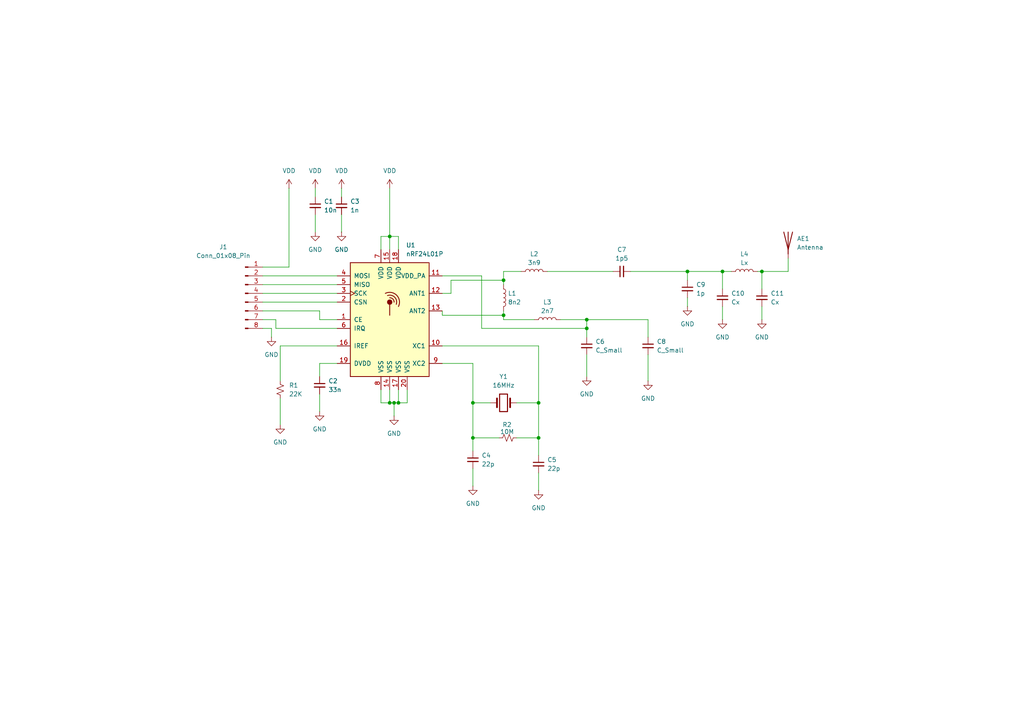
<source format=kicad_sch>
(kicad_sch
	(version 20231120)
	(generator "eeschema")
	(generator_version "8.0")
	(uuid "40eb904d-5ecf-4b4f-9c2b-e138e2ab614f")
	(paper "A4")
	(lib_symbols
		(symbol "Connector:Conn_01x08_Pin"
			(pin_names
				(offset 1.016) hide)
			(exclude_from_sim no)
			(in_bom yes)
			(on_board yes)
			(property "Reference" "J"
				(at 0 10.16 0)
				(effects
					(font
						(size 1.27 1.27)
					)
				)
			)
			(property "Value" "Conn_01x08_Pin"
				(at 0 -12.7 0)
				(effects
					(font
						(size 1.27 1.27)
					)
				)
			)
			(property "Footprint" ""
				(at 0 0 0)
				(effects
					(font
						(size 1.27 1.27)
					)
					(hide yes)
				)
			)
			(property "Datasheet" "~"
				(at 0 0 0)
				(effects
					(font
						(size 1.27 1.27)
					)
					(hide yes)
				)
			)
			(property "Description" "Generic connector, single row, 01x08, script generated"
				(at 0 0 0)
				(effects
					(font
						(size 1.27 1.27)
					)
					(hide yes)
				)
			)
			(property "ki_locked" ""
				(at 0 0 0)
				(effects
					(font
						(size 1.27 1.27)
					)
				)
			)
			(property "ki_keywords" "connector"
				(at 0 0 0)
				(effects
					(font
						(size 1.27 1.27)
					)
					(hide yes)
				)
			)
			(property "ki_fp_filters" "Connector*:*_1x??_*"
				(at 0 0 0)
				(effects
					(font
						(size 1.27 1.27)
					)
					(hide yes)
				)
			)
			(symbol "Conn_01x08_Pin_1_1"
				(polyline
					(pts
						(xy 1.27 -10.16) (xy 0.8636 -10.16)
					)
					(stroke
						(width 0.1524)
						(type default)
					)
					(fill
						(type none)
					)
				)
				(polyline
					(pts
						(xy 1.27 -7.62) (xy 0.8636 -7.62)
					)
					(stroke
						(width 0.1524)
						(type default)
					)
					(fill
						(type none)
					)
				)
				(polyline
					(pts
						(xy 1.27 -5.08) (xy 0.8636 -5.08)
					)
					(stroke
						(width 0.1524)
						(type default)
					)
					(fill
						(type none)
					)
				)
				(polyline
					(pts
						(xy 1.27 -2.54) (xy 0.8636 -2.54)
					)
					(stroke
						(width 0.1524)
						(type default)
					)
					(fill
						(type none)
					)
				)
				(polyline
					(pts
						(xy 1.27 0) (xy 0.8636 0)
					)
					(stroke
						(width 0.1524)
						(type default)
					)
					(fill
						(type none)
					)
				)
				(polyline
					(pts
						(xy 1.27 2.54) (xy 0.8636 2.54)
					)
					(stroke
						(width 0.1524)
						(type default)
					)
					(fill
						(type none)
					)
				)
				(polyline
					(pts
						(xy 1.27 5.08) (xy 0.8636 5.08)
					)
					(stroke
						(width 0.1524)
						(type default)
					)
					(fill
						(type none)
					)
				)
				(polyline
					(pts
						(xy 1.27 7.62) (xy 0.8636 7.62)
					)
					(stroke
						(width 0.1524)
						(type default)
					)
					(fill
						(type none)
					)
				)
				(rectangle
					(start 0.8636 -10.033)
					(end 0 -10.287)
					(stroke
						(width 0.1524)
						(type default)
					)
					(fill
						(type outline)
					)
				)
				(rectangle
					(start 0.8636 -7.493)
					(end 0 -7.747)
					(stroke
						(width 0.1524)
						(type default)
					)
					(fill
						(type outline)
					)
				)
				(rectangle
					(start 0.8636 -4.953)
					(end 0 -5.207)
					(stroke
						(width 0.1524)
						(type default)
					)
					(fill
						(type outline)
					)
				)
				(rectangle
					(start 0.8636 -2.413)
					(end 0 -2.667)
					(stroke
						(width 0.1524)
						(type default)
					)
					(fill
						(type outline)
					)
				)
				(rectangle
					(start 0.8636 0.127)
					(end 0 -0.127)
					(stroke
						(width 0.1524)
						(type default)
					)
					(fill
						(type outline)
					)
				)
				(rectangle
					(start 0.8636 2.667)
					(end 0 2.413)
					(stroke
						(width 0.1524)
						(type default)
					)
					(fill
						(type outline)
					)
				)
				(rectangle
					(start 0.8636 5.207)
					(end 0 4.953)
					(stroke
						(width 0.1524)
						(type default)
					)
					(fill
						(type outline)
					)
				)
				(rectangle
					(start 0.8636 7.747)
					(end 0 7.493)
					(stroke
						(width 0.1524)
						(type default)
					)
					(fill
						(type outline)
					)
				)
				(pin passive line
					(at 5.08 7.62 180)
					(length 3.81)
					(name "Pin_1"
						(effects
							(font
								(size 1.27 1.27)
							)
						)
					)
					(number "1"
						(effects
							(font
								(size 1.27 1.27)
							)
						)
					)
				)
				(pin passive line
					(at 5.08 5.08 180)
					(length 3.81)
					(name "Pin_2"
						(effects
							(font
								(size 1.27 1.27)
							)
						)
					)
					(number "2"
						(effects
							(font
								(size 1.27 1.27)
							)
						)
					)
				)
				(pin passive line
					(at 5.08 2.54 180)
					(length 3.81)
					(name "Pin_3"
						(effects
							(font
								(size 1.27 1.27)
							)
						)
					)
					(number "3"
						(effects
							(font
								(size 1.27 1.27)
							)
						)
					)
				)
				(pin passive line
					(at 5.08 0 180)
					(length 3.81)
					(name "Pin_4"
						(effects
							(font
								(size 1.27 1.27)
							)
						)
					)
					(number "4"
						(effects
							(font
								(size 1.27 1.27)
							)
						)
					)
				)
				(pin passive line
					(at 5.08 -2.54 180)
					(length 3.81)
					(name "Pin_5"
						(effects
							(font
								(size 1.27 1.27)
							)
						)
					)
					(number "5"
						(effects
							(font
								(size 1.27 1.27)
							)
						)
					)
				)
				(pin passive line
					(at 5.08 -5.08 180)
					(length 3.81)
					(name "Pin_6"
						(effects
							(font
								(size 1.27 1.27)
							)
						)
					)
					(number "6"
						(effects
							(font
								(size 1.27 1.27)
							)
						)
					)
				)
				(pin passive line
					(at 5.08 -7.62 180)
					(length 3.81)
					(name "Pin_7"
						(effects
							(font
								(size 1.27 1.27)
							)
						)
					)
					(number "7"
						(effects
							(font
								(size 1.27 1.27)
							)
						)
					)
				)
				(pin passive line
					(at 5.08 -10.16 180)
					(length 3.81)
					(name "Pin_8"
						(effects
							(font
								(size 1.27 1.27)
							)
						)
					)
					(number "8"
						(effects
							(font
								(size 1.27 1.27)
							)
						)
					)
				)
			)
		)
		(symbol "Device:Antenna"
			(pin_numbers hide)
			(pin_names
				(offset 1.016) hide)
			(exclude_from_sim no)
			(in_bom yes)
			(on_board yes)
			(property "Reference" "AE"
				(at -1.905 1.905 0)
				(effects
					(font
						(size 1.27 1.27)
					)
					(justify right)
				)
			)
			(property "Value" "Antenna"
				(at -1.905 0 0)
				(effects
					(font
						(size 1.27 1.27)
					)
					(justify right)
				)
			)
			(property "Footprint" ""
				(at 0 0 0)
				(effects
					(font
						(size 1.27 1.27)
					)
					(hide yes)
				)
			)
			(property "Datasheet" "~"
				(at 0 0 0)
				(effects
					(font
						(size 1.27 1.27)
					)
					(hide yes)
				)
			)
			(property "Description" "Antenna"
				(at 0 0 0)
				(effects
					(font
						(size 1.27 1.27)
					)
					(hide yes)
				)
			)
			(property "ki_keywords" "antenna"
				(at 0 0 0)
				(effects
					(font
						(size 1.27 1.27)
					)
					(hide yes)
				)
			)
			(symbol "Antenna_0_1"
				(polyline
					(pts
						(xy 0 2.54) (xy 0 -3.81)
					)
					(stroke
						(width 0.254)
						(type default)
					)
					(fill
						(type none)
					)
				)
				(polyline
					(pts
						(xy 1.27 2.54) (xy 0 -2.54) (xy -1.27 2.54)
					)
					(stroke
						(width 0.254)
						(type default)
					)
					(fill
						(type none)
					)
				)
			)
			(symbol "Antenna_1_1"
				(pin input line
					(at 0 -5.08 90)
					(length 2.54)
					(name "A"
						(effects
							(font
								(size 1.27 1.27)
							)
						)
					)
					(number "1"
						(effects
							(font
								(size 1.27 1.27)
							)
						)
					)
				)
			)
		)
		(symbol "Device:C_Small"
			(pin_numbers hide)
			(pin_names
				(offset 0.254) hide)
			(exclude_from_sim no)
			(in_bom yes)
			(on_board yes)
			(property "Reference" "C"
				(at 0.254 1.778 0)
				(effects
					(font
						(size 1.27 1.27)
					)
					(justify left)
				)
			)
			(property "Value" "C_Small"
				(at 0.254 -2.032 0)
				(effects
					(font
						(size 1.27 1.27)
					)
					(justify left)
				)
			)
			(property "Footprint" ""
				(at 0 0 0)
				(effects
					(font
						(size 1.27 1.27)
					)
					(hide yes)
				)
			)
			(property "Datasheet" "~"
				(at 0 0 0)
				(effects
					(font
						(size 1.27 1.27)
					)
					(hide yes)
				)
			)
			(property "Description" "Unpolarized capacitor, small symbol"
				(at 0 0 0)
				(effects
					(font
						(size 1.27 1.27)
					)
					(hide yes)
				)
			)
			(property "ki_keywords" "capacitor cap"
				(at 0 0 0)
				(effects
					(font
						(size 1.27 1.27)
					)
					(hide yes)
				)
			)
			(property "ki_fp_filters" "C_*"
				(at 0 0 0)
				(effects
					(font
						(size 1.27 1.27)
					)
					(hide yes)
				)
			)
			(symbol "C_Small_0_1"
				(polyline
					(pts
						(xy -1.524 -0.508) (xy 1.524 -0.508)
					)
					(stroke
						(width 0.3302)
						(type default)
					)
					(fill
						(type none)
					)
				)
				(polyline
					(pts
						(xy -1.524 0.508) (xy 1.524 0.508)
					)
					(stroke
						(width 0.3048)
						(type default)
					)
					(fill
						(type none)
					)
				)
			)
			(symbol "C_Small_1_1"
				(pin passive line
					(at 0 2.54 270)
					(length 2.032)
					(name "~"
						(effects
							(font
								(size 1.27 1.27)
							)
						)
					)
					(number "1"
						(effects
							(font
								(size 1.27 1.27)
							)
						)
					)
				)
				(pin passive line
					(at 0 -2.54 90)
					(length 2.032)
					(name "~"
						(effects
							(font
								(size 1.27 1.27)
							)
						)
					)
					(number "2"
						(effects
							(font
								(size 1.27 1.27)
							)
						)
					)
				)
			)
		)
		(symbol "Device:Crystal"
			(pin_numbers hide)
			(pin_names
				(offset 1.016) hide)
			(exclude_from_sim no)
			(in_bom yes)
			(on_board yes)
			(property "Reference" "Y"
				(at 0 3.81 0)
				(effects
					(font
						(size 1.27 1.27)
					)
				)
			)
			(property "Value" "Crystal"
				(at 0 -3.81 0)
				(effects
					(font
						(size 1.27 1.27)
					)
				)
			)
			(property "Footprint" ""
				(at 0 0 0)
				(effects
					(font
						(size 1.27 1.27)
					)
					(hide yes)
				)
			)
			(property "Datasheet" "~"
				(at 0 0 0)
				(effects
					(font
						(size 1.27 1.27)
					)
					(hide yes)
				)
			)
			(property "Description" "Two pin crystal"
				(at 0 0 0)
				(effects
					(font
						(size 1.27 1.27)
					)
					(hide yes)
				)
			)
			(property "ki_keywords" "quartz ceramic resonator oscillator"
				(at 0 0 0)
				(effects
					(font
						(size 1.27 1.27)
					)
					(hide yes)
				)
			)
			(property "ki_fp_filters" "Crystal*"
				(at 0 0 0)
				(effects
					(font
						(size 1.27 1.27)
					)
					(hide yes)
				)
			)
			(symbol "Crystal_0_1"
				(rectangle
					(start -1.143 2.54)
					(end 1.143 -2.54)
					(stroke
						(width 0.3048)
						(type default)
					)
					(fill
						(type none)
					)
				)
				(polyline
					(pts
						(xy -2.54 0) (xy -1.905 0)
					)
					(stroke
						(width 0)
						(type default)
					)
					(fill
						(type none)
					)
				)
				(polyline
					(pts
						(xy -1.905 -1.27) (xy -1.905 1.27)
					)
					(stroke
						(width 0.508)
						(type default)
					)
					(fill
						(type none)
					)
				)
				(polyline
					(pts
						(xy 1.905 -1.27) (xy 1.905 1.27)
					)
					(stroke
						(width 0.508)
						(type default)
					)
					(fill
						(type none)
					)
				)
				(polyline
					(pts
						(xy 2.54 0) (xy 1.905 0)
					)
					(stroke
						(width 0)
						(type default)
					)
					(fill
						(type none)
					)
				)
			)
			(symbol "Crystal_1_1"
				(pin passive line
					(at -3.81 0 0)
					(length 1.27)
					(name "1"
						(effects
							(font
								(size 1.27 1.27)
							)
						)
					)
					(number "1"
						(effects
							(font
								(size 1.27 1.27)
							)
						)
					)
				)
				(pin passive line
					(at 3.81 0 180)
					(length 1.27)
					(name "2"
						(effects
							(font
								(size 1.27 1.27)
							)
						)
					)
					(number "2"
						(effects
							(font
								(size 1.27 1.27)
							)
						)
					)
				)
			)
		)
		(symbol "Device:L"
			(pin_numbers hide)
			(pin_names
				(offset 1.016) hide)
			(exclude_from_sim no)
			(in_bom yes)
			(on_board yes)
			(property "Reference" "L"
				(at -1.27 0 90)
				(effects
					(font
						(size 1.27 1.27)
					)
				)
			)
			(property "Value" "L"
				(at 1.905 0 90)
				(effects
					(font
						(size 1.27 1.27)
					)
				)
			)
			(property "Footprint" ""
				(at 0 0 0)
				(effects
					(font
						(size 1.27 1.27)
					)
					(hide yes)
				)
			)
			(property "Datasheet" "~"
				(at 0 0 0)
				(effects
					(font
						(size 1.27 1.27)
					)
					(hide yes)
				)
			)
			(property "Description" "Inductor"
				(at 0 0 0)
				(effects
					(font
						(size 1.27 1.27)
					)
					(hide yes)
				)
			)
			(property "ki_keywords" "inductor choke coil reactor magnetic"
				(at 0 0 0)
				(effects
					(font
						(size 1.27 1.27)
					)
					(hide yes)
				)
			)
			(property "ki_fp_filters" "Choke_* *Coil* Inductor_* L_*"
				(at 0 0 0)
				(effects
					(font
						(size 1.27 1.27)
					)
					(hide yes)
				)
			)
			(symbol "L_0_1"
				(arc
					(start 0 -2.54)
					(mid 0.6323 -1.905)
					(end 0 -1.27)
					(stroke
						(width 0)
						(type default)
					)
					(fill
						(type none)
					)
				)
				(arc
					(start 0 -1.27)
					(mid 0.6323 -0.635)
					(end 0 0)
					(stroke
						(width 0)
						(type default)
					)
					(fill
						(type none)
					)
				)
				(arc
					(start 0 0)
					(mid 0.6323 0.635)
					(end 0 1.27)
					(stroke
						(width 0)
						(type default)
					)
					(fill
						(type none)
					)
				)
				(arc
					(start 0 1.27)
					(mid 0.6323 1.905)
					(end 0 2.54)
					(stroke
						(width 0)
						(type default)
					)
					(fill
						(type none)
					)
				)
			)
			(symbol "L_1_1"
				(pin passive line
					(at 0 3.81 270)
					(length 1.27)
					(name "1"
						(effects
							(font
								(size 1.27 1.27)
							)
						)
					)
					(number "1"
						(effects
							(font
								(size 1.27 1.27)
							)
						)
					)
				)
				(pin passive line
					(at 0 -3.81 90)
					(length 1.27)
					(name "2"
						(effects
							(font
								(size 1.27 1.27)
							)
						)
					)
					(number "2"
						(effects
							(font
								(size 1.27 1.27)
							)
						)
					)
				)
			)
		)
		(symbol "Device:R_Small_US"
			(pin_numbers hide)
			(pin_names
				(offset 0.254) hide)
			(exclude_from_sim no)
			(in_bom yes)
			(on_board yes)
			(property "Reference" "R"
				(at 0.762 0.508 0)
				(effects
					(font
						(size 1.27 1.27)
					)
					(justify left)
				)
			)
			(property "Value" "R_Small_US"
				(at 0.762 -1.016 0)
				(effects
					(font
						(size 1.27 1.27)
					)
					(justify left)
				)
			)
			(property "Footprint" ""
				(at 0 0 0)
				(effects
					(font
						(size 1.27 1.27)
					)
					(hide yes)
				)
			)
			(property "Datasheet" "~"
				(at 0 0 0)
				(effects
					(font
						(size 1.27 1.27)
					)
					(hide yes)
				)
			)
			(property "Description" "Resistor, small US symbol"
				(at 0 0 0)
				(effects
					(font
						(size 1.27 1.27)
					)
					(hide yes)
				)
			)
			(property "ki_keywords" "r resistor"
				(at 0 0 0)
				(effects
					(font
						(size 1.27 1.27)
					)
					(hide yes)
				)
			)
			(property "ki_fp_filters" "R_*"
				(at 0 0 0)
				(effects
					(font
						(size 1.27 1.27)
					)
					(hide yes)
				)
			)
			(symbol "R_Small_US_1_1"
				(polyline
					(pts
						(xy 0 0) (xy 1.016 -0.381) (xy 0 -0.762) (xy -1.016 -1.143) (xy 0 -1.524)
					)
					(stroke
						(width 0)
						(type default)
					)
					(fill
						(type none)
					)
				)
				(polyline
					(pts
						(xy 0 1.524) (xy 1.016 1.143) (xy 0 0.762) (xy -1.016 0.381) (xy 0 0)
					)
					(stroke
						(width 0)
						(type default)
					)
					(fill
						(type none)
					)
				)
				(pin passive line
					(at 0 2.54 270)
					(length 1.016)
					(name "~"
						(effects
							(font
								(size 1.27 1.27)
							)
						)
					)
					(number "1"
						(effects
							(font
								(size 1.27 1.27)
							)
						)
					)
				)
				(pin passive line
					(at 0 -2.54 90)
					(length 1.016)
					(name "~"
						(effects
							(font
								(size 1.27 1.27)
							)
						)
					)
					(number "2"
						(effects
							(font
								(size 1.27 1.27)
							)
						)
					)
				)
			)
		)
		(symbol "RF:nRF24L01P"
			(pin_names
				(offset 1.016)
			)
			(exclude_from_sim no)
			(in_bom yes)
			(on_board yes)
			(property "Reference" "U"
				(at -11.43 17.78 0)
				(effects
					(font
						(size 1.27 1.27)
					)
					(justify left)
				)
			)
			(property "Value" "nRF24L01P"
				(at 5.08 17.78 0)
				(effects
					(font
						(size 1.27 1.27)
					)
					(justify left)
				)
			)
			(property "Footprint" "Package_DFN_QFN:QFN-20-1EP_4x4mm_P0.5mm_EP2.5x2.5mm"
				(at 5.08 20.32 0)
				(effects
					(font
						(size 1.27 1.27)
						(italic yes)
					)
					(justify left)
					(hide yes)
				)
			)
			(property "Datasheet" "http://www.nordicsemi.com/eng/content/download/2726/34069/file/nRF24L01P_Product_Specification_1_0.pdf"
				(at 0 2.54 0)
				(effects
					(font
						(size 1.27 1.27)
					)
					(hide yes)
				)
			)
			(property "Description" "nRF24L01+, Ultra low power 2.4GHz RF Transceiver, QFN20 4x4mm"
				(at 0 0 0)
				(effects
					(font
						(size 1.27 1.27)
					)
					(hide yes)
				)
			)
			(property "ki_keywords" "Low Power RF Transceiver"
				(at 0 0 0)
				(effects
					(font
						(size 1.27 1.27)
					)
					(hide yes)
				)
			)
			(property "ki_fp_filters" "QFN*4x4*0.5mm*"
				(at 0 0 0)
				(effects
					(font
						(size 1.27 1.27)
					)
					(hide yes)
				)
			)
			(symbol "nRF24L01P_0_1"
				(rectangle
					(start -11.43 16.51)
					(end 11.43 -16.51)
					(stroke
						(width 0.254)
						(type default)
					)
					(fill
						(type background)
					)
				)
				(polyline
					(pts
						(xy 0 4.445) (xy 0 1.27)
					)
					(stroke
						(width 0.254)
						(type default)
					)
					(fill
						(type none)
					)
				)
				(circle
					(center 0 5.08)
					(radius 0.635)
					(stroke
						(width 0.254)
						(type default)
					)
					(fill
						(type outline)
					)
				)
				(arc
					(start 1.27 5.08)
					(mid 0.9071 5.9946)
					(end 0 6.35)
					(stroke
						(width 0.254)
						(type default)
					)
					(fill
						(type none)
					)
				)
				(arc
					(start 1.905 4.445)
					(mid 1.4313 6.5254)
					(end -0.635 6.985)
					(stroke
						(width 0.254)
						(type default)
					)
					(fill
						(type none)
					)
				)
				(arc
					(start 2.54 3.81)
					(mid 2.008 7.088)
					(end -1.27 7.62)
					(stroke
						(width 0.254)
						(type default)
					)
					(fill
						(type none)
					)
				)
				(rectangle
					(start 11.43 -13.97)
					(end 11.43 -13.97)
					(stroke
						(width 0)
						(type default)
					)
					(fill
						(type none)
					)
				)
			)
			(symbol "nRF24L01P_1_1"
				(pin input line
					(at -15.24 0 0)
					(length 3.81)
					(name "CE"
						(effects
							(font
								(size 1.27 1.27)
							)
						)
					)
					(number "1"
						(effects
							(font
								(size 1.27 1.27)
							)
						)
					)
				)
				(pin passive line
					(at 15.24 -7.62 180)
					(length 3.81)
					(name "XC1"
						(effects
							(font
								(size 1.27 1.27)
							)
						)
					)
					(number "10"
						(effects
							(font
								(size 1.27 1.27)
							)
						)
					)
				)
				(pin power_out line
					(at 15.24 12.7 180)
					(length 3.81)
					(name "VDD_PA"
						(effects
							(font
								(size 1.27 1.27)
							)
						)
					)
					(number "11"
						(effects
							(font
								(size 1.27 1.27)
							)
						)
					)
				)
				(pin passive line
					(at 15.24 7.62 180)
					(length 3.81)
					(name "ANT1"
						(effects
							(font
								(size 1.27 1.27)
							)
						)
					)
					(number "12"
						(effects
							(font
								(size 1.27 1.27)
							)
						)
					)
				)
				(pin passive line
					(at 15.24 2.54 180)
					(length 3.81)
					(name "ANT2"
						(effects
							(font
								(size 1.27 1.27)
							)
						)
					)
					(number "13"
						(effects
							(font
								(size 1.27 1.27)
							)
						)
					)
				)
				(pin power_in line
					(at 0 -20.32 90)
					(length 3.81)
					(name "VSS"
						(effects
							(font
								(size 1.27 1.27)
							)
						)
					)
					(number "14"
						(effects
							(font
								(size 1.27 1.27)
							)
						)
					)
				)
				(pin power_in line
					(at 0 20.32 270)
					(length 3.81)
					(name "VDD"
						(effects
							(font
								(size 1.27 1.27)
							)
						)
					)
					(number "15"
						(effects
							(font
								(size 1.27 1.27)
							)
						)
					)
				)
				(pin passive line
					(at -15.24 -7.62 0)
					(length 3.81)
					(name "IREF"
						(effects
							(font
								(size 1.27 1.27)
							)
						)
					)
					(number "16"
						(effects
							(font
								(size 1.27 1.27)
							)
						)
					)
				)
				(pin power_in line
					(at 2.54 -20.32 90)
					(length 3.81)
					(name "VSS"
						(effects
							(font
								(size 1.27 1.27)
							)
						)
					)
					(number "17"
						(effects
							(font
								(size 1.27 1.27)
							)
						)
					)
				)
				(pin power_in line
					(at 2.54 20.32 270)
					(length 3.81)
					(name "VDD"
						(effects
							(font
								(size 1.27 1.27)
							)
						)
					)
					(number "18"
						(effects
							(font
								(size 1.27 1.27)
							)
						)
					)
				)
				(pin power_out line
					(at -15.24 -12.7 0)
					(length 3.81)
					(name "DVDD"
						(effects
							(font
								(size 1.27 1.27)
							)
						)
					)
					(number "19"
						(effects
							(font
								(size 1.27 1.27)
							)
						)
					)
				)
				(pin input line
					(at -15.24 5.08 0)
					(length 3.81)
					(name "CSN"
						(effects
							(font
								(size 1.27 1.27)
							)
						)
					)
					(number "2"
						(effects
							(font
								(size 1.27 1.27)
							)
						)
					)
				)
				(pin power_in line
					(at 5.08 -20.32 90)
					(length 3.81)
					(name "VSS"
						(effects
							(font
								(size 1.27 1.27)
							)
						)
					)
					(number "20"
						(effects
							(font
								(size 1.27 1.27)
							)
						)
					)
				)
				(pin input clock
					(at -15.24 7.62 0)
					(length 3.81)
					(name "SCK"
						(effects
							(font
								(size 1.27 1.27)
							)
						)
					)
					(number "3"
						(effects
							(font
								(size 1.27 1.27)
							)
						)
					)
				)
				(pin input line
					(at -15.24 12.7 0)
					(length 3.81)
					(name "MOSI"
						(effects
							(font
								(size 1.27 1.27)
							)
						)
					)
					(number "4"
						(effects
							(font
								(size 1.27 1.27)
							)
						)
					)
				)
				(pin output line
					(at -15.24 10.16 0)
					(length 3.81)
					(name "MISO"
						(effects
							(font
								(size 1.27 1.27)
							)
						)
					)
					(number "5"
						(effects
							(font
								(size 1.27 1.27)
							)
						)
					)
				)
				(pin output line
					(at -15.24 -2.54 0)
					(length 3.81)
					(name "IRQ"
						(effects
							(font
								(size 1.27 1.27)
							)
						)
					)
					(number "6"
						(effects
							(font
								(size 1.27 1.27)
							)
						)
					)
				)
				(pin power_in line
					(at -2.54 20.32 270)
					(length 3.81)
					(name "VDD"
						(effects
							(font
								(size 1.27 1.27)
							)
						)
					)
					(number "7"
						(effects
							(font
								(size 1.27 1.27)
							)
						)
					)
				)
				(pin power_in line
					(at -2.54 -20.32 90)
					(length 3.81)
					(name "VSS"
						(effects
							(font
								(size 1.27 1.27)
							)
						)
					)
					(number "8"
						(effects
							(font
								(size 1.27 1.27)
							)
						)
					)
				)
				(pin passive line
					(at 15.24 -12.7 180)
					(length 3.81)
					(name "XC2"
						(effects
							(font
								(size 1.27 1.27)
							)
						)
					)
					(number "9"
						(effects
							(font
								(size 1.27 1.27)
							)
						)
					)
				)
			)
		)
		(symbol "power:GND"
			(power)
			(pin_numbers hide)
			(pin_names
				(offset 0) hide)
			(exclude_from_sim no)
			(in_bom yes)
			(on_board yes)
			(property "Reference" "#PWR"
				(at 0 -6.35 0)
				(effects
					(font
						(size 1.27 1.27)
					)
					(hide yes)
				)
			)
			(property "Value" "GND"
				(at 0 -3.81 0)
				(effects
					(font
						(size 1.27 1.27)
					)
				)
			)
			(property "Footprint" ""
				(at 0 0 0)
				(effects
					(font
						(size 1.27 1.27)
					)
					(hide yes)
				)
			)
			(property "Datasheet" ""
				(at 0 0 0)
				(effects
					(font
						(size 1.27 1.27)
					)
					(hide yes)
				)
			)
			(property "Description" "Power symbol creates a global label with name \"GND\" , ground"
				(at 0 0 0)
				(effects
					(font
						(size 1.27 1.27)
					)
					(hide yes)
				)
			)
			(property "ki_keywords" "global power"
				(at 0 0 0)
				(effects
					(font
						(size 1.27 1.27)
					)
					(hide yes)
				)
			)
			(symbol "GND_0_1"
				(polyline
					(pts
						(xy 0 0) (xy 0 -1.27) (xy 1.27 -1.27) (xy 0 -2.54) (xy -1.27 -1.27) (xy 0 -1.27)
					)
					(stroke
						(width 0)
						(type default)
					)
					(fill
						(type none)
					)
				)
			)
			(symbol "GND_1_1"
				(pin power_in line
					(at 0 0 270)
					(length 0)
					(name "~"
						(effects
							(font
								(size 1.27 1.27)
							)
						)
					)
					(number "1"
						(effects
							(font
								(size 1.27 1.27)
							)
						)
					)
				)
			)
		)
		(symbol "power:VDD"
			(power)
			(pin_numbers hide)
			(pin_names
				(offset 0) hide)
			(exclude_from_sim no)
			(in_bom yes)
			(on_board yes)
			(property "Reference" "#PWR"
				(at 0 -3.81 0)
				(effects
					(font
						(size 1.27 1.27)
					)
					(hide yes)
				)
			)
			(property "Value" "VDD"
				(at 0 3.556 0)
				(effects
					(font
						(size 1.27 1.27)
					)
				)
			)
			(property "Footprint" ""
				(at 0 0 0)
				(effects
					(font
						(size 1.27 1.27)
					)
					(hide yes)
				)
			)
			(property "Datasheet" ""
				(at 0 0 0)
				(effects
					(font
						(size 1.27 1.27)
					)
					(hide yes)
				)
			)
			(property "Description" "Power symbol creates a global label with name \"VDD\""
				(at 0 0 0)
				(effects
					(font
						(size 1.27 1.27)
					)
					(hide yes)
				)
			)
			(property "ki_keywords" "global power"
				(at 0 0 0)
				(effects
					(font
						(size 1.27 1.27)
					)
					(hide yes)
				)
			)
			(symbol "VDD_0_1"
				(polyline
					(pts
						(xy -0.762 1.27) (xy 0 2.54)
					)
					(stroke
						(width 0)
						(type default)
					)
					(fill
						(type none)
					)
				)
				(polyline
					(pts
						(xy 0 0) (xy 0 2.54)
					)
					(stroke
						(width 0)
						(type default)
					)
					(fill
						(type none)
					)
				)
				(polyline
					(pts
						(xy 0 2.54) (xy 0.762 1.27)
					)
					(stroke
						(width 0)
						(type default)
					)
					(fill
						(type none)
					)
				)
			)
			(symbol "VDD_1_1"
				(pin power_in line
					(at 0 0 90)
					(length 0)
					(name "~"
						(effects
							(font
								(size 1.27 1.27)
							)
						)
					)
					(number "1"
						(effects
							(font
								(size 1.27 1.27)
							)
						)
					)
				)
			)
		)
	)
	(junction
		(at 156.21 116.84)
		(diameter 0)
		(color 0 0 0 0)
		(uuid "239b6151-4ba2-42af-bcb3-bb00dc3afc70")
	)
	(junction
		(at 209.55 78.74)
		(diameter 0)
		(color 0 0 0 0)
		(uuid "25acb7cb-ba22-4853-92d5-69eac30cc9d3")
	)
	(junction
		(at 113.03 68.58)
		(diameter 0)
		(color 0 0 0 0)
		(uuid "28d17352-f174-429c-aa57-962fa95f381e")
	)
	(junction
		(at 146.05 81.28)
		(diameter 0)
		(color 0 0 0 0)
		(uuid "2bd980ed-5c83-41c8-97a5-a21aee397b13")
	)
	(junction
		(at 170.18 95.25)
		(diameter 0)
		(color 0 0 0 0)
		(uuid "3401846a-0f98-4bfc-8258-b32ad037649e")
	)
	(junction
		(at 199.39 78.74)
		(diameter 0)
		(color 0 0 0 0)
		(uuid "38820787-042c-4828-af1b-aff11e2a7a76")
	)
	(junction
		(at 114.3 116.84)
		(diameter 0)
		(color 0 0 0 0)
		(uuid "4f156079-4fe7-472b-828b-cb28806c077c")
	)
	(junction
		(at 137.16 116.84)
		(diameter 0)
		(color 0 0 0 0)
		(uuid "6d53debb-f4fc-4b6c-b6f1-0f2ddc53eb85")
	)
	(junction
		(at 146.05 91.44)
		(diameter 0)
		(color 0 0 0 0)
		(uuid "86b2e1ac-52c5-450b-afcf-c5e2ad9afbbc")
	)
	(junction
		(at 156.21 127)
		(diameter 0)
		(color 0 0 0 0)
		(uuid "89d3cc2c-f681-45ff-85b5-2a90daad35b8")
	)
	(junction
		(at 113.03 116.84)
		(diameter 0)
		(color 0 0 0 0)
		(uuid "9598f4c4-1723-4f41-b1dc-9628d0fe35d0")
	)
	(junction
		(at 220.98 78.74)
		(diameter 0)
		(color 0 0 0 0)
		(uuid "a1ccac7e-f4ed-477d-bc3f-91e314bce63e")
	)
	(junction
		(at 137.16 127)
		(diameter 0)
		(color 0 0 0 0)
		(uuid "b02d1e1a-9059-4a48-ba9f-a53627fffaf2")
	)
	(junction
		(at 115.57 116.84)
		(diameter 0)
		(color 0 0 0 0)
		(uuid "cc3aaa24-abd1-465a-9843-cb5d90da1de1")
	)
	(junction
		(at 170.18 92.71)
		(diameter 0)
		(color 0 0 0 0)
		(uuid "d1116a5d-4637-406d-a5a0-1074fabda598")
	)
	(wire
		(pts
			(xy 76.2 80.01) (xy 97.79 80.01)
		)
		(stroke
			(width 0)
			(type default)
		)
		(uuid "0473782e-f497-4079-8fd1-45a4517024e0")
	)
	(wire
		(pts
			(xy 128.27 80.01) (xy 139.7 80.01)
		)
		(stroke
			(width 0)
			(type default)
		)
		(uuid "0534ea2a-4144-4de9-837b-b1731905034a")
	)
	(wire
		(pts
			(xy 154.94 92.71) (xy 146.05 92.71)
		)
		(stroke
			(width 0)
			(type default)
		)
		(uuid "08b10685-3801-4a4c-b814-2fe334fae2c8")
	)
	(wire
		(pts
			(xy 76.2 95.25) (xy 78.74 95.25)
		)
		(stroke
			(width 0)
			(type default)
		)
		(uuid "0a371cfd-92f6-40e3-8b8f-915ea6f09e29")
	)
	(wire
		(pts
			(xy 170.18 95.25) (xy 170.18 92.71)
		)
		(stroke
			(width 0)
			(type default)
		)
		(uuid "0a7df773-7247-488a-af4a-eef88a7f013d")
	)
	(wire
		(pts
			(xy 113.03 68.58) (xy 115.57 68.58)
		)
		(stroke
			(width 0)
			(type default)
		)
		(uuid "0ab3e9b6-a321-47af-93e9-125a37777716")
	)
	(wire
		(pts
			(xy 187.96 92.71) (xy 170.18 92.71)
		)
		(stroke
			(width 0)
			(type default)
		)
		(uuid "0d5abfab-7242-43e8-8bfb-7cf1bc592648")
	)
	(wire
		(pts
			(xy 99.06 54.61) (xy 99.06 57.15)
		)
		(stroke
			(width 0)
			(type default)
		)
		(uuid "16de3856-b54a-4df2-9619-a8c8a761b9c5")
	)
	(wire
		(pts
			(xy 78.74 95.25) (xy 78.74 97.79)
		)
		(stroke
			(width 0)
			(type default)
		)
		(uuid "17d872f9-9584-4dd0-bbdb-50c18df967e0")
	)
	(wire
		(pts
			(xy 199.39 78.74) (xy 199.39 81.28)
		)
		(stroke
			(width 0)
			(type default)
		)
		(uuid "192a6012-b2e3-4e4c-a4ba-c3dbfb0f94d7")
	)
	(wire
		(pts
			(xy 187.96 97.79) (xy 187.96 92.71)
		)
		(stroke
			(width 0)
			(type default)
		)
		(uuid "255a2d04-42df-4cd9-b59b-e7cbcdad4097")
	)
	(wire
		(pts
			(xy 81.28 100.33) (xy 97.79 100.33)
		)
		(stroke
			(width 0)
			(type default)
		)
		(uuid "27e52fd1-311e-4489-bc6c-9b073e0c2287")
	)
	(wire
		(pts
			(xy 137.16 105.41) (xy 137.16 116.84)
		)
		(stroke
			(width 0)
			(type default)
		)
		(uuid "2871ba20-a3d0-4ed9-bd25-d71bdef4ced9")
	)
	(wire
		(pts
			(xy 156.21 127) (xy 156.21 132.08)
		)
		(stroke
			(width 0)
			(type default)
		)
		(uuid "2db43163-4bc6-484c-be52-8ed46874f25c")
	)
	(wire
		(pts
			(xy 76.2 82.55) (xy 97.79 82.55)
		)
		(stroke
			(width 0)
			(type default)
		)
		(uuid "2e72f540-8191-44ca-af7a-279df929f9c0")
	)
	(wire
		(pts
			(xy 110.49 116.84) (xy 113.03 116.84)
		)
		(stroke
			(width 0)
			(type default)
		)
		(uuid "31cefb71-c273-43c1-9f10-9f95c9dcfd29")
	)
	(wire
		(pts
			(xy 115.57 68.58) (xy 115.57 72.39)
		)
		(stroke
			(width 0)
			(type default)
		)
		(uuid "33943404-c210-445c-b307-83588c518125")
	)
	(wire
		(pts
			(xy 219.71 78.74) (xy 220.98 78.74)
		)
		(stroke
			(width 0)
			(type default)
		)
		(uuid "35c858ed-92cb-4449-8152-f6f17a476bf1")
	)
	(wire
		(pts
			(xy 128.27 91.44) (xy 146.05 91.44)
		)
		(stroke
			(width 0)
			(type default)
		)
		(uuid "35d3e238-ec1b-4d92-b221-68f418b80695")
	)
	(wire
		(pts
			(xy 228.6 78.74) (xy 220.98 78.74)
		)
		(stroke
			(width 0)
			(type default)
		)
		(uuid "38b586b4-2525-42c8-8e1d-2798359f4792")
	)
	(wire
		(pts
			(xy 228.6 74.93) (xy 228.6 78.74)
		)
		(stroke
			(width 0)
			(type default)
		)
		(uuid "3e5a0902-6106-4258-a28b-080c52d091a5")
	)
	(wire
		(pts
			(xy 156.21 137.16) (xy 156.21 142.24)
		)
		(stroke
			(width 0)
			(type default)
		)
		(uuid "3e5f53e7-a3f5-4c42-b610-7647d461bd02")
	)
	(wire
		(pts
			(xy 146.05 81.28) (xy 146.05 82.55)
		)
		(stroke
			(width 0)
			(type default)
		)
		(uuid "3e7a7583-69d9-4712-b16d-375e85674b9a")
	)
	(wire
		(pts
			(xy 212.09 78.74) (xy 209.55 78.74)
		)
		(stroke
			(width 0)
			(type default)
		)
		(uuid "3f87a09c-c51b-49f8-ad93-a0b4fc662f7b")
	)
	(wire
		(pts
			(xy 156.21 100.33) (xy 156.21 116.84)
		)
		(stroke
			(width 0)
			(type default)
		)
		(uuid "4014128d-557a-4a39-a7bf-b524c85663d1")
	)
	(wire
		(pts
			(xy 92.71 92.71) (xy 92.71 90.17)
		)
		(stroke
			(width 0)
			(type default)
		)
		(uuid "4464494b-9496-4e2d-afb8-cbeb419adfae")
	)
	(wire
		(pts
			(xy 113.03 116.84) (xy 114.3 116.84)
		)
		(stroke
			(width 0)
			(type default)
		)
		(uuid "47315b42-641e-4941-b6bb-e7b6b23f582f")
	)
	(wire
		(pts
			(xy 199.39 86.36) (xy 199.39 88.9)
		)
		(stroke
			(width 0)
			(type default)
		)
		(uuid "489afc01-f5cf-42d1-850e-2344941114da")
	)
	(wire
		(pts
			(xy 130.81 81.28) (xy 130.81 85.09)
		)
		(stroke
			(width 0)
			(type default)
		)
		(uuid "49678e2c-57a7-4ae4-8f8d-c32eb6dab44d")
	)
	(wire
		(pts
			(xy 92.71 114.3) (xy 92.71 119.38)
		)
		(stroke
			(width 0)
			(type default)
		)
		(uuid "4b979f87-8816-4f62-85fa-081803968c72")
	)
	(wire
		(pts
			(xy 137.16 135.89) (xy 137.16 140.97)
		)
		(stroke
			(width 0)
			(type default)
		)
		(uuid "4d17c695-1181-463f-821f-6542ee96fd80")
	)
	(wire
		(pts
			(xy 113.03 54.61) (xy 113.03 68.58)
		)
		(stroke
			(width 0)
			(type default)
		)
		(uuid "4f5e9e39-e931-44d0-ac09-cf2617dce2d8")
	)
	(wire
		(pts
			(xy 137.16 116.84) (xy 142.24 116.84)
		)
		(stroke
			(width 0)
			(type default)
		)
		(uuid "4f908e40-ffb7-43d2-a790-e4c2eb2312b0")
	)
	(wire
		(pts
			(xy 110.49 113.03) (xy 110.49 116.84)
		)
		(stroke
			(width 0)
			(type default)
		)
		(uuid "510454b4-98f3-4839-8c52-e730dad8baf5")
	)
	(wire
		(pts
			(xy 128.27 85.09) (xy 130.81 85.09)
		)
		(stroke
			(width 0)
			(type default)
		)
		(uuid "530ed3cf-f111-45d9-9f25-705b6e2b1447")
	)
	(wire
		(pts
			(xy 162.56 92.71) (xy 170.18 92.71)
		)
		(stroke
			(width 0)
			(type default)
		)
		(uuid "55a5290e-3f0c-4dde-bfc1-ced660c3de4a")
	)
	(wire
		(pts
			(xy 110.49 68.58) (xy 110.49 72.39)
		)
		(stroke
			(width 0)
			(type default)
		)
		(uuid "5a9fb68b-27af-4b72-9aa3-cac631c269ef")
	)
	(wire
		(pts
			(xy 128.27 100.33) (xy 156.21 100.33)
		)
		(stroke
			(width 0)
			(type default)
		)
		(uuid "60265d7a-e264-4965-a8c1-911db695bde9")
	)
	(wire
		(pts
			(xy 149.86 116.84) (xy 156.21 116.84)
		)
		(stroke
			(width 0)
			(type default)
		)
		(uuid "6069fe13-50d7-459d-9cdf-e35888b1c4be")
	)
	(wire
		(pts
			(xy 146.05 92.71) (xy 146.05 91.44)
		)
		(stroke
			(width 0)
			(type default)
		)
		(uuid "6223c2e1-3ade-4d40-84b7-4c6b8c0aa861")
	)
	(wire
		(pts
			(xy 114.3 116.84) (xy 114.3 120.65)
		)
		(stroke
			(width 0)
			(type default)
		)
		(uuid "63eb2086-b514-4f96-8cfc-bdba2d80b7ff")
	)
	(wire
		(pts
			(xy 149.86 127) (xy 156.21 127)
		)
		(stroke
			(width 0)
			(type default)
		)
		(uuid "64cb533b-26b8-43fd-954e-7ff94b13f73e")
	)
	(wire
		(pts
			(xy 80.01 92.71) (xy 76.2 92.71)
		)
		(stroke
			(width 0)
			(type default)
		)
		(uuid "69bbfc8c-ca0a-41b4-9d3c-2923cbbcdc9c")
	)
	(wire
		(pts
			(xy 146.05 81.28) (xy 130.81 81.28)
		)
		(stroke
			(width 0)
			(type default)
		)
		(uuid "6dc06409-a403-46b0-8b08-8bb3261f89d4")
	)
	(wire
		(pts
			(xy 220.98 78.74) (xy 220.98 83.82)
		)
		(stroke
			(width 0)
			(type default)
		)
		(uuid "6f739ee8-3e2e-4f2f-8880-3784ee33bc9a")
	)
	(wire
		(pts
			(xy 114.3 116.84) (xy 115.57 116.84)
		)
		(stroke
			(width 0)
			(type default)
		)
		(uuid "718925e6-b845-4003-b6b9-a4719a5469bc")
	)
	(wire
		(pts
			(xy 158.75 78.74) (xy 177.8 78.74)
		)
		(stroke
			(width 0)
			(type default)
		)
		(uuid "7d56b6a3-625f-4f1a-b7d7-cbf15273f6f7")
	)
	(wire
		(pts
			(xy 92.71 105.41) (xy 92.71 109.22)
		)
		(stroke
			(width 0)
			(type default)
		)
		(uuid "83fbe588-bf79-4715-b14c-4d0b4204feb3")
	)
	(wire
		(pts
			(xy 91.44 54.61) (xy 91.44 57.15)
		)
		(stroke
			(width 0)
			(type default)
		)
		(uuid "89df744d-dc51-4694-9631-4962811c444e")
	)
	(wire
		(pts
			(xy 137.16 127) (xy 137.16 130.81)
		)
		(stroke
			(width 0)
			(type default)
		)
		(uuid "8b7f22a8-33f7-49b7-862b-0b313b284b98")
	)
	(wire
		(pts
			(xy 83.82 54.61) (xy 83.82 77.47)
		)
		(stroke
			(width 0)
			(type default)
		)
		(uuid "8da4d6c7-02d1-48d4-82c9-7df180eabcf8")
	)
	(wire
		(pts
			(xy 76.2 85.09) (xy 97.79 85.09)
		)
		(stroke
			(width 0)
			(type default)
		)
		(uuid "8dc44112-449e-43b7-bf45-03634db15e80")
	)
	(wire
		(pts
			(xy 199.39 78.74) (xy 209.55 78.74)
		)
		(stroke
			(width 0)
			(type default)
		)
		(uuid "8e8f536d-2d08-41cc-ba48-f2e9c811e06b")
	)
	(wire
		(pts
			(xy 97.79 105.41) (xy 92.71 105.41)
		)
		(stroke
			(width 0)
			(type default)
		)
		(uuid "952556c5-88b7-45fe-8b16-e5e871a1d999")
	)
	(wire
		(pts
			(xy 115.57 116.84) (xy 118.11 116.84)
		)
		(stroke
			(width 0)
			(type default)
		)
		(uuid "97446354-77ed-46ce-8cb6-d28d5a9e6087")
	)
	(wire
		(pts
			(xy 99.06 62.23) (xy 99.06 67.31)
		)
		(stroke
			(width 0)
			(type default)
		)
		(uuid "990570fb-770d-451e-be51-dc9512fdb663")
	)
	(wire
		(pts
			(xy 137.16 116.84) (xy 137.16 127)
		)
		(stroke
			(width 0)
			(type default)
		)
		(uuid "9ca7c4db-2901-4565-ab0a-c95e37583b09")
	)
	(wire
		(pts
			(xy 115.57 113.03) (xy 115.57 116.84)
		)
		(stroke
			(width 0)
			(type default)
		)
		(uuid "9faaed97-bebb-46b8-83e4-9e38efc441e1")
	)
	(wire
		(pts
			(xy 220.98 88.9) (xy 220.98 92.71)
		)
		(stroke
			(width 0)
			(type default)
		)
		(uuid "a2808c13-d598-4608-8c50-4f7f48337738")
	)
	(wire
		(pts
			(xy 182.88 78.74) (xy 199.39 78.74)
		)
		(stroke
			(width 0)
			(type default)
		)
		(uuid "b3ed0375-98ed-4a71-bdd9-68fbc3d34d4c")
	)
	(wire
		(pts
			(xy 128.27 105.41) (xy 137.16 105.41)
		)
		(stroke
			(width 0)
			(type default)
		)
		(uuid "ba32ba3d-9f1c-47a1-8524-40b123a7a5be")
	)
	(wire
		(pts
			(xy 151.13 78.74) (xy 146.05 78.74)
		)
		(stroke
			(width 0)
			(type default)
		)
		(uuid "bd8ef742-df04-48e3-a4d2-347989ac786c")
	)
	(wire
		(pts
			(xy 137.16 127) (xy 144.78 127)
		)
		(stroke
			(width 0)
			(type default)
		)
		(uuid "be9cde97-ad3b-410d-8d76-82f549cb22e7")
	)
	(wire
		(pts
			(xy 92.71 90.17) (xy 76.2 90.17)
		)
		(stroke
			(width 0)
			(type default)
		)
		(uuid "c17b2063-123b-4dc9-9e2b-67bc0f8ec202")
	)
	(wire
		(pts
			(xy 128.27 91.44) (xy 128.27 90.17)
		)
		(stroke
			(width 0)
			(type default)
		)
		(uuid "c67900e9-5a6d-465c-916c-014f6e44e462")
	)
	(wire
		(pts
			(xy 156.21 116.84) (xy 156.21 127)
		)
		(stroke
			(width 0)
			(type default)
		)
		(uuid "c6edc1f4-07e5-42d7-82e8-9b816367629d")
	)
	(wire
		(pts
			(xy 170.18 102.87) (xy 170.18 109.22)
		)
		(stroke
			(width 0)
			(type default)
		)
		(uuid "cbf3b9de-1f8a-4409-a47b-66b8aec783cf")
	)
	(wire
		(pts
			(xy 113.03 68.58) (xy 113.03 72.39)
		)
		(stroke
			(width 0)
			(type default)
		)
		(uuid "cce15804-dcd9-41c5-8c1e-ee56e55c16db")
	)
	(wire
		(pts
			(xy 76.2 87.63) (xy 97.79 87.63)
		)
		(stroke
			(width 0)
			(type default)
		)
		(uuid "cd144a10-5d0d-4765-90f3-931d29eeb001")
	)
	(wire
		(pts
			(xy 110.49 68.58) (xy 113.03 68.58)
		)
		(stroke
			(width 0)
			(type default)
		)
		(uuid "cf9d0e72-07bc-424c-a348-0115c3d0f33b")
	)
	(wire
		(pts
			(xy 139.7 80.01) (xy 139.7 95.25)
		)
		(stroke
			(width 0)
			(type default)
		)
		(uuid "cfd34dfc-63e3-4ee3-a5ba-ede3c4c2c155")
	)
	(wire
		(pts
			(xy 97.79 95.25) (xy 80.01 95.25)
		)
		(stroke
			(width 0)
			(type default)
		)
		(uuid "d0b03ddb-f9ea-45db-a2e8-aff5dd7ea542")
	)
	(wire
		(pts
			(xy 139.7 95.25) (xy 170.18 95.25)
		)
		(stroke
			(width 0)
			(type default)
		)
		(uuid "d449ddbb-db7c-47a8-9b2b-033ff257dbcc")
	)
	(wire
		(pts
			(xy 187.96 102.87) (xy 187.96 110.49)
		)
		(stroke
			(width 0)
			(type default)
		)
		(uuid "da494bc5-662f-4234-8f29-679360853188")
	)
	(wire
		(pts
			(xy 170.18 97.79) (xy 170.18 95.25)
		)
		(stroke
			(width 0)
			(type default)
		)
		(uuid "ddfc8c22-bcc3-4853-ac6a-b5690d929a4b")
	)
	(wire
		(pts
			(xy 146.05 78.74) (xy 146.05 81.28)
		)
		(stroke
			(width 0)
			(type default)
		)
		(uuid "de2cc171-8d14-487e-b242-efe472173750")
	)
	(wire
		(pts
			(xy 91.44 62.23) (xy 91.44 67.31)
		)
		(stroke
			(width 0)
			(type default)
		)
		(uuid "dec494c9-c88b-4ee8-ae51-cb9378c62853")
	)
	(wire
		(pts
			(xy 83.82 77.47) (xy 76.2 77.47)
		)
		(stroke
			(width 0)
			(type default)
		)
		(uuid "e4182e8f-7616-4f43-84be-9dbeaa8645f9")
	)
	(wire
		(pts
			(xy 81.28 100.33) (xy 81.28 110.49)
		)
		(stroke
			(width 0)
			(type default)
		)
		(uuid "e748479d-3c18-4d7b-8057-f6f452883f7e")
	)
	(wire
		(pts
			(xy 97.79 92.71) (xy 92.71 92.71)
		)
		(stroke
			(width 0)
			(type default)
		)
		(uuid "ea573cfc-f5cd-493b-b9c4-b73b7f570208")
	)
	(wire
		(pts
			(xy 80.01 95.25) (xy 80.01 92.71)
		)
		(stroke
			(width 0)
			(type default)
		)
		(uuid "ebab4ddd-08a2-434b-965f-769abba7de73")
	)
	(wire
		(pts
			(xy 113.03 113.03) (xy 113.03 116.84)
		)
		(stroke
			(width 0)
			(type default)
		)
		(uuid "f2558b9a-e5cc-4140-80ec-e9d1fb571908")
	)
	(wire
		(pts
			(xy 81.28 115.57) (xy 81.28 123.19)
		)
		(stroke
			(width 0)
			(type default)
		)
		(uuid "f4f845e8-38c7-4312-816d-67d7f96ca4c8")
	)
	(wire
		(pts
			(xy 209.55 78.74) (xy 209.55 83.82)
		)
		(stroke
			(width 0)
			(type default)
		)
		(uuid "f5e2aa81-b33c-473d-baab-67b2692d682f")
	)
	(wire
		(pts
			(xy 209.55 88.9) (xy 209.55 92.71)
		)
		(stroke
			(width 0)
			(type default)
		)
		(uuid "f829db38-4287-4c07-91d5-94683297c9f9")
	)
	(wire
		(pts
			(xy 146.05 91.44) (xy 146.05 90.17)
		)
		(stroke
			(width 0)
			(type default)
		)
		(uuid "fe9a3ca2-5e1f-4489-9929-cc480652600e")
	)
	(wire
		(pts
			(xy 118.11 113.03) (xy 118.11 116.84)
		)
		(stroke
			(width 0)
			(type default)
		)
		(uuid "ff55e0b1-753e-4379-a875-d5ce737aea49")
	)
	(symbol
		(lib_id "power:GND")
		(at 99.06 67.31 0)
		(unit 1)
		(exclude_from_sim no)
		(in_bom yes)
		(on_board yes)
		(dnp no)
		(fields_autoplaced yes)
		(uuid "0295d1bb-61cb-4b20-82cd-8b0b6a0b0b88")
		(property "Reference" "#PWR0108"
			(at 99.06 73.66 0)
			(effects
				(font
					(size 1.27 1.27)
				)
				(hide yes)
			)
		)
		(property "Value" "GND"
			(at 99.06 72.39 0)
			(effects
				(font
					(size 1.27 1.27)
				)
			)
		)
		(property "Footprint" ""
			(at 99.06 67.31 0)
			(effects
				(font
					(size 1.27 1.27)
				)
				(hide yes)
			)
		)
		(property "Datasheet" ""
			(at 99.06 67.31 0)
			(effects
				(font
					(size 1.27 1.27)
				)
				(hide yes)
			)
		)
		(property "Description" "Power symbol creates a global label with name \"GND\" , ground"
			(at 99.06 67.31 0)
			(effects
				(font
					(size 1.27 1.27)
				)
				(hide yes)
			)
		)
		(pin "1"
			(uuid "06a3e163-bc21-4334-91e5-6c1e125dcc4c")
		)
		(instances
			(project "PCB modulo NRF24L01 2.4GHz"
				(path "/40eb904d-5ecf-4b4f-9c2b-e138e2ab614f"
					(reference "#PWR0108")
					(unit 1)
				)
			)
		)
	)
	(symbol
		(lib_id "Device:C_Small")
		(at 137.16 133.35 0)
		(unit 1)
		(exclude_from_sim no)
		(in_bom yes)
		(on_board yes)
		(dnp no)
		(fields_autoplaced yes)
		(uuid "058a69ed-31aa-4e78-ab9b-8d7a85bc6885")
		(property "Reference" "C4"
			(at 139.7 132.0862 0)
			(effects
				(font
					(size 1.27 1.27)
				)
				(justify left)
			)
		)
		(property "Value" "22p"
			(at 139.7 134.6262 0)
			(effects
				(font
					(size 1.27 1.27)
				)
				(justify left)
			)
		)
		(property "Footprint" "Capacitor_SMD:C_0402_1005Metric"
			(at 137.16 133.35 0)
			(effects
				(font
					(size 1.27 1.27)
				)
				(hide yes)
			)
		)
		(property "Datasheet" "~"
			(at 137.16 133.35 0)
			(effects
				(font
					(size 1.27 1.27)
				)
				(hide yes)
			)
		)
		(property "Description" "Unpolarized capacitor, small symbol"
			(at 137.16 133.35 0)
			(effects
				(font
					(size 1.27 1.27)
				)
				(hide yes)
			)
		)
		(pin "1"
			(uuid "37dd165b-ecdc-4b9a-86f2-16d6b18be3a2")
		)
		(pin "2"
			(uuid "9647e560-dc7e-4df0-a662-7aada8950d04")
		)
		(instances
			(project ""
				(path "/40eb904d-5ecf-4b4f-9c2b-e138e2ab614f"
					(reference "C4")
					(unit 1)
				)
			)
		)
	)
	(symbol
		(lib_id "Device:C_Small")
		(at 209.55 86.36 0)
		(unit 1)
		(exclude_from_sim no)
		(in_bom yes)
		(on_board yes)
		(dnp no)
		(fields_autoplaced yes)
		(uuid "06818804-6377-4f65-9b57-1eb7ee47a1fc")
		(property "Reference" "C10"
			(at 212.09 85.0962 0)
			(effects
				(font
					(size 1.27 1.27)
				)
				(justify left)
			)
		)
		(property "Value" "Cx"
			(at 212.09 87.6362 0)
			(effects
				(font
					(size 1.27 1.27)
				)
				(justify left)
			)
		)
		(property "Footprint" "Capacitor_SMD:C_0402_1005Metric"
			(at 209.55 86.36 0)
			(effects
				(font
					(size 1.27 1.27)
				)
				(hide yes)
			)
		)
		(property "Datasheet" "~"
			(at 209.55 86.36 0)
			(effects
				(font
					(size 1.27 1.27)
				)
				(hide yes)
			)
		)
		(property "Description" "Unpolarized capacitor, small symbol"
			(at 209.55 86.36 0)
			(effects
				(font
					(size 1.27 1.27)
				)
				(hide yes)
			)
		)
		(pin "1"
			(uuid "3211eb2d-ba4c-4cc9-a744-250d63239f2d")
		)
		(pin "2"
			(uuid "300a4753-f7c1-4eaa-955f-bc2a8506582c")
		)
		(instances
			(project "PCB modulo NRF24L01 2.4GHz"
				(path "/40eb904d-5ecf-4b4f-9c2b-e138e2ab614f"
					(reference "C10")
					(unit 1)
				)
			)
		)
	)
	(symbol
		(lib_id "Device:L")
		(at 215.9 78.74 90)
		(unit 1)
		(exclude_from_sim no)
		(in_bom yes)
		(on_board yes)
		(dnp no)
		(fields_autoplaced yes)
		(uuid "06f0e9ea-00e4-486f-98a7-bcf61e41d8df")
		(property "Reference" "L4"
			(at 215.9 73.66 90)
			(effects
				(font
					(size 1.27 1.27)
				)
			)
		)
		(property "Value" "Lx"
			(at 215.9 76.2 90)
			(effects
				(font
					(size 1.27 1.27)
				)
			)
		)
		(property "Footprint" "Inductor_SMD:L_0402_1005Metric"
			(at 215.9 78.74 0)
			(effects
				(font
					(size 1.27 1.27)
				)
				(hide yes)
			)
		)
		(property "Datasheet" "~"
			(at 215.9 78.74 0)
			(effects
				(font
					(size 1.27 1.27)
				)
				(hide yes)
			)
		)
		(property "Description" "Inductor"
			(at 215.9 78.74 0)
			(effects
				(font
					(size 1.27 1.27)
				)
				(hide yes)
			)
		)
		(pin "2"
			(uuid "3df55ca3-0f0d-44be-926d-2570ecc36838")
		)
		(pin "1"
			(uuid "b8f1eb22-1ee5-4f63-b2ea-e7af6d5477e3")
		)
		(instances
			(project "PCB modulo NRF24L01 2.4GHz"
				(path "/40eb904d-5ecf-4b4f-9c2b-e138e2ab614f"
					(reference "L4")
					(unit 1)
				)
			)
		)
	)
	(symbol
		(lib_id "power:GND")
		(at 199.39 88.9 0)
		(unit 1)
		(exclude_from_sim no)
		(in_bom yes)
		(on_board yes)
		(dnp no)
		(fields_autoplaced yes)
		(uuid "07e52f36-5715-4fb0-9bf8-fee56f748d2c")
		(property "Reference" "#PWR0117"
			(at 199.39 95.25 0)
			(effects
				(font
					(size 1.27 1.27)
				)
				(hide yes)
			)
		)
		(property "Value" "GND"
			(at 199.39 93.98 0)
			(effects
				(font
					(size 1.27 1.27)
				)
			)
		)
		(property "Footprint" ""
			(at 199.39 88.9 0)
			(effects
				(font
					(size 1.27 1.27)
				)
				(hide yes)
			)
		)
		(property "Datasheet" ""
			(at 199.39 88.9 0)
			(effects
				(font
					(size 1.27 1.27)
				)
				(hide yes)
			)
		)
		(property "Description" "Power symbol creates a global label with name \"GND\" , ground"
			(at 199.39 88.9 0)
			(effects
				(font
					(size 1.27 1.27)
				)
				(hide yes)
			)
		)
		(pin "1"
			(uuid "582d1f5f-ad78-4630-acbe-2be8031080ea")
		)
		(instances
			(project "PCB modulo NRF24L01 2.4GHz"
				(path "/40eb904d-5ecf-4b4f-9c2b-e138e2ab614f"
					(reference "#PWR0117")
					(unit 1)
				)
			)
		)
	)
	(symbol
		(lib_id "power:VDD")
		(at 99.06 54.61 0)
		(unit 1)
		(exclude_from_sim no)
		(in_bom yes)
		(on_board yes)
		(dnp no)
		(fields_autoplaced yes)
		(uuid "0de4caa3-94d5-4e24-9ad7-7062bff2f3a2")
		(property "Reference" "#PWR0112"
			(at 99.06 58.42 0)
			(effects
				(font
					(size 1.27 1.27)
				)
				(hide yes)
			)
		)
		(property "Value" "VDD"
			(at 99.06 49.53 0)
			(effects
				(font
					(size 1.27 1.27)
				)
			)
		)
		(property "Footprint" ""
			(at 99.06 54.61 0)
			(effects
				(font
					(size 1.27 1.27)
				)
				(hide yes)
			)
		)
		(property "Datasheet" ""
			(at 99.06 54.61 0)
			(effects
				(font
					(size 1.27 1.27)
				)
				(hide yes)
			)
		)
		(property "Description" "Power symbol creates a global label with name \"VDD\""
			(at 99.06 54.61 0)
			(effects
				(font
					(size 1.27 1.27)
				)
				(hide yes)
			)
		)
		(pin "1"
			(uuid "5a72889f-2b3b-40ec-afc3-a0ff3a35038a")
		)
		(instances
			(project "PCB modulo NRF24L01 2.4GHz"
				(path "/40eb904d-5ecf-4b4f-9c2b-e138e2ab614f"
					(reference "#PWR0112")
					(unit 1)
				)
			)
		)
	)
	(symbol
		(lib_id "Device:Crystal")
		(at 146.05 116.84 0)
		(unit 1)
		(exclude_from_sim no)
		(in_bom yes)
		(on_board yes)
		(dnp no)
		(fields_autoplaced yes)
		(uuid "17abcf6c-6b4e-4e72-b772-908e2621ec62")
		(property "Reference" "Y1"
			(at 146.05 109.22 0)
			(effects
				(font
					(size 1.27 1.27)
				)
			)
		)
		(property "Value" "16MHz"
			(at 146.05 111.76 0)
			(effects
				(font
					(size 1.27 1.27)
				)
			)
		)
		(property "Footprint" "Crystal:Crystal_SMD_3215-2Pin_3.2x1.5mm"
			(at 146.05 116.84 0)
			(effects
				(font
					(size 1.27 1.27)
				)
				(hide yes)
			)
		)
		(property "Datasheet" "~"
			(at 146.05 116.84 0)
			(effects
				(font
					(size 1.27 1.27)
				)
				(hide yes)
			)
		)
		(property "Description" "Two pin crystal"
			(at 146.05 116.84 0)
			(effects
				(font
					(size 1.27 1.27)
				)
				(hide yes)
			)
		)
		(pin "2"
			(uuid "2a3ca020-7003-4a39-b0e3-08b510f14200")
		)
		(pin "1"
			(uuid "32891f77-9b84-4290-9337-6b232a6f982b")
		)
		(instances
			(project ""
				(path "/40eb904d-5ecf-4b4f-9c2b-e138e2ab614f"
					(reference "Y1")
					(unit 1)
				)
			)
		)
	)
	(symbol
		(lib_id "Device:R_Small_US")
		(at 81.28 113.03 0)
		(unit 1)
		(exclude_from_sim no)
		(in_bom yes)
		(on_board yes)
		(dnp no)
		(fields_autoplaced yes)
		(uuid "246bbba0-a9f8-40e1-968b-2e890baadf69")
		(property "Reference" "R1"
			(at 83.82 111.7599 0)
			(effects
				(font
					(size 1.27 1.27)
				)
				(justify left)
			)
		)
		(property "Value" "22K"
			(at 83.82 114.2999 0)
			(effects
				(font
					(size 1.27 1.27)
				)
				(justify left)
			)
		)
		(property "Footprint" "Resistor_SMD:R_0402_1005Metric"
			(at 81.28 113.03 0)
			(effects
				(font
					(size 1.27 1.27)
				)
				(hide yes)
			)
		)
		(property "Datasheet" "~"
			(at 81.28 113.03 0)
			(effects
				(font
					(size 1.27 1.27)
				)
				(hide yes)
			)
		)
		(property "Description" "Resistor, small US symbol"
			(at 81.28 113.03 0)
			(effects
				(font
					(size 1.27 1.27)
				)
				(hide yes)
			)
		)
		(pin "2"
			(uuid "ea4d97f7-d5ad-46a9-ad8c-df5ef6a6d0c5")
		)
		(pin "1"
			(uuid "58af7619-40d2-4673-9414-3d96eeeaaace")
		)
		(instances
			(project "PCB modulo NRF24L01 2.4GHz"
				(path "/40eb904d-5ecf-4b4f-9c2b-e138e2ab614f"
					(reference "R1")
					(unit 1)
				)
			)
		)
	)
	(symbol
		(lib_id "power:GND")
		(at 156.21 142.24 0)
		(unit 1)
		(exclude_from_sim no)
		(in_bom yes)
		(on_board yes)
		(dnp no)
		(fields_autoplaced yes)
		(uuid "28a22c14-3f70-43bf-b26c-2d79213bbc6e")
		(property "Reference" "#PWR0102"
			(at 156.21 148.59 0)
			(effects
				(font
					(size 1.27 1.27)
				)
				(hide yes)
			)
		)
		(property "Value" "GND"
			(at 156.21 147.32 0)
			(effects
				(font
					(size 1.27 1.27)
				)
			)
		)
		(property "Footprint" ""
			(at 156.21 142.24 0)
			(effects
				(font
					(size 1.27 1.27)
				)
				(hide yes)
			)
		)
		(property "Datasheet" ""
			(at 156.21 142.24 0)
			(effects
				(font
					(size 1.27 1.27)
				)
				(hide yes)
			)
		)
		(property "Description" "Power symbol creates a global label with name \"GND\" , ground"
			(at 156.21 142.24 0)
			(effects
				(font
					(size 1.27 1.27)
				)
				(hide yes)
			)
		)
		(pin "1"
			(uuid "8f4c0fdb-34d9-4f87-9edd-11f6a7d24fd6")
		)
		(instances
			(project "PCB modulo NRF24L01 2.4GHz"
				(path "/40eb904d-5ecf-4b4f-9c2b-e138e2ab614f"
					(reference "#PWR0102")
					(unit 1)
				)
			)
		)
	)
	(symbol
		(lib_id "power:VDD")
		(at 91.44 54.61 0)
		(unit 1)
		(exclude_from_sim no)
		(in_bom yes)
		(on_board yes)
		(dnp no)
		(fields_autoplaced yes)
		(uuid "2a2979ec-d913-4528-af65-6c1fbe4fda53")
		(property "Reference" "#PWR0110"
			(at 91.44 58.42 0)
			(effects
				(font
					(size 1.27 1.27)
				)
				(hide yes)
			)
		)
		(property "Value" "VDD"
			(at 91.44 49.53 0)
			(effects
				(font
					(size 1.27 1.27)
				)
			)
		)
		(property "Footprint" ""
			(at 91.44 54.61 0)
			(effects
				(font
					(size 1.27 1.27)
				)
				(hide yes)
			)
		)
		(property "Datasheet" ""
			(at 91.44 54.61 0)
			(effects
				(font
					(size 1.27 1.27)
				)
				(hide yes)
			)
		)
		(property "Description" "Power symbol creates a global label with name \"VDD\""
			(at 91.44 54.61 0)
			(effects
				(font
					(size 1.27 1.27)
				)
				(hide yes)
			)
		)
		(pin "1"
			(uuid "6b14af0d-bfa7-4069-8084-08c8a9b23b67")
		)
		(instances
			(project "PCB modulo NRF24L01 2.4GHz"
				(path "/40eb904d-5ecf-4b4f-9c2b-e138e2ab614f"
					(reference "#PWR0110")
					(unit 1)
				)
			)
		)
	)
	(symbol
		(lib_id "Connector:Conn_01x08_Pin")
		(at 71.12 85.09 0)
		(unit 1)
		(exclude_from_sim no)
		(in_bom yes)
		(on_board yes)
		(dnp no)
		(uuid "2a4809e6-37a3-43cb-a9b6-291bf0d30212")
		(property "Reference" "J1"
			(at 64.77 71.628 0)
			(effects
				(font
					(size 1.27 1.27)
				)
			)
		)
		(property "Value" "Conn_01x08_Pin"
			(at 64.77 74.168 0)
			(effects
				(font
					(size 1.27 1.27)
				)
			)
		)
		(property "Footprint" "Connector_Hirose:Hirose_DF13-08P-1.25DSA_1x08_P1.25mm_Vertical"
			(at 71.12 85.09 0)
			(effects
				(font
					(size 1.27 1.27)
				)
				(hide yes)
			)
		)
		(property "Datasheet" "~"
			(at 71.12 85.09 0)
			(effects
				(font
					(size 1.27 1.27)
				)
				(hide yes)
			)
		)
		(property "Description" "Generic connector, single row, 01x08, script generated"
			(at 71.12 85.09 0)
			(effects
				(font
					(size 1.27 1.27)
				)
				(hide yes)
			)
		)
		(pin "1"
			(uuid "e76a854e-b4a7-43aa-bd32-fc6b9389ba22")
		)
		(pin "8"
			(uuid "ea695d8b-6fd7-4325-86d9-6c25c729ef3b")
		)
		(pin "6"
			(uuid "641a4214-a762-43f1-8fc6-cf10be1efd71")
		)
		(pin "4"
			(uuid "36e83309-246d-4dc9-9910-4fb1cb9dad27")
		)
		(pin "3"
			(uuid "c0fed773-38d7-47e7-a1d1-b81012a4b052")
		)
		(pin "2"
			(uuid "b7e7af71-de33-4621-ba1c-464fa82cd24d")
		)
		(pin "7"
			(uuid "588e97a9-b45b-4891-8e0c-615a5f49b611")
		)
		(pin "5"
			(uuid "f7083df2-a2ae-45d8-bdaa-398597f1f21e")
		)
		(instances
			(project ""
				(path "/40eb904d-5ecf-4b4f-9c2b-e138e2ab614f"
					(reference "J1")
					(unit 1)
				)
			)
		)
	)
	(symbol
		(lib_id "power:GND")
		(at 170.18 109.22 0)
		(unit 1)
		(exclude_from_sim no)
		(in_bom yes)
		(on_board yes)
		(dnp no)
		(fields_autoplaced yes)
		(uuid "2e352db6-db6b-4289-aed7-2dda2a442b41")
		(property "Reference" "#PWR0116"
			(at 170.18 115.57 0)
			(effects
				(font
					(size 1.27 1.27)
				)
				(hide yes)
			)
		)
		(property "Value" "GND"
			(at 170.18 114.3 0)
			(effects
				(font
					(size 1.27 1.27)
				)
			)
		)
		(property "Footprint" ""
			(at 170.18 109.22 0)
			(effects
				(font
					(size 1.27 1.27)
				)
				(hide yes)
			)
		)
		(property "Datasheet" ""
			(at 170.18 109.22 0)
			(effects
				(font
					(size 1.27 1.27)
				)
				(hide yes)
			)
		)
		(property "Description" "Power symbol creates a global label with name \"GND\" , ground"
			(at 170.18 109.22 0)
			(effects
				(font
					(size 1.27 1.27)
				)
				(hide yes)
			)
		)
		(pin "1"
			(uuid "8fc619c8-5362-4521-a60d-3cc11a37a5ef")
		)
		(instances
			(project "PCB modulo NRF24L01 2.4GHz"
				(path "/40eb904d-5ecf-4b4f-9c2b-e138e2ab614f"
					(reference "#PWR0116")
					(unit 1)
				)
			)
		)
	)
	(symbol
		(lib_id "Device:L")
		(at 146.05 86.36 0)
		(unit 1)
		(exclude_from_sim no)
		(in_bom yes)
		(on_board yes)
		(dnp no)
		(fields_autoplaced yes)
		(uuid "451064b7-766c-48c8-a936-5187b4ea342d")
		(property "Reference" "L1"
			(at 147.32 85.0899 0)
			(effects
				(font
					(size 1.27 1.27)
				)
				(justify left)
			)
		)
		(property "Value" "8n2"
			(at 147.32 87.6299 0)
			(effects
				(font
					(size 1.27 1.27)
				)
				(justify left)
			)
		)
		(property "Footprint" "Inductor_SMD:L_0402_1005Metric"
			(at 146.05 86.36 0)
			(effects
				(font
					(size 1.27 1.27)
				)
				(hide yes)
			)
		)
		(property "Datasheet" "~"
			(at 146.05 86.36 0)
			(effects
				(font
					(size 1.27 1.27)
				)
				(hide yes)
			)
		)
		(property "Description" "Inductor"
			(at 146.05 86.36 0)
			(effects
				(font
					(size 1.27 1.27)
				)
				(hide yes)
			)
		)
		(pin "2"
			(uuid "6747657b-1979-4d34-a841-5058ecabca7c")
		)
		(pin "1"
			(uuid "d1e95dc1-3b18-43c7-93a8-32cc31983d90")
		)
		(instances
			(project ""
				(path "/40eb904d-5ecf-4b4f-9c2b-e138e2ab614f"
					(reference "L1")
					(unit 1)
				)
			)
		)
	)
	(symbol
		(lib_id "Device:L")
		(at 158.75 92.71 90)
		(unit 1)
		(exclude_from_sim no)
		(in_bom yes)
		(on_board yes)
		(dnp no)
		(fields_autoplaced yes)
		(uuid "55e465f3-4f9f-49c7-a2fa-962b46c208d3")
		(property "Reference" "L3"
			(at 158.75 87.63 90)
			(effects
				(font
					(size 1.27 1.27)
				)
			)
		)
		(property "Value" "2n7"
			(at 158.75 90.17 90)
			(effects
				(font
					(size 1.27 1.27)
				)
			)
		)
		(property "Footprint" "Inductor_SMD:L_0402_1005Metric"
			(at 158.75 92.71 0)
			(effects
				(font
					(size 1.27 1.27)
				)
				(hide yes)
			)
		)
		(property "Datasheet" "~"
			(at 158.75 92.71 0)
			(effects
				(font
					(size 1.27 1.27)
				)
				(hide yes)
			)
		)
		(property "Description" "Inductor"
			(at 158.75 92.71 0)
			(effects
				(font
					(size 1.27 1.27)
				)
				(hide yes)
			)
		)
		(pin "2"
			(uuid "f6cbf845-f3ea-474c-a94b-4b32d812ce67")
		)
		(pin "1"
			(uuid "90fd026e-49d1-47de-a32c-110044827bba")
		)
		(instances
			(project ""
				(path "/40eb904d-5ecf-4b4f-9c2b-e138e2ab614f"
					(reference "L3")
					(unit 1)
				)
			)
		)
	)
	(symbol
		(lib_id "power:GND")
		(at 91.44 67.31 0)
		(unit 1)
		(exclude_from_sim no)
		(in_bom yes)
		(on_board yes)
		(dnp no)
		(fields_autoplaced yes)
		(uuid "591bea51-4c4c-4906-9f72-c4c64d5086c0")
		(property "Reference" "#PWR0109"
			(at 91.44 73.66 0)
			(effects
				(font
					(size 1.27 1.27)
				)
				(hide yes)
			)
		)
		(property "Value" "GND"
			(at 91.44 72.39 0)
			(effects
				(font
					(size 1.27 1.27)
				)
			)
		)
		(property "Footprint" ""
			(at 91.44 67.31 0)
			(effects
				(font
					(size 1.27 1.27)
				)
				(hide yes)
			)
		)
		(property "Datasheet" ""
			(at 91.44 67.31 0)
			(effects
				(font
					(size 1.27 1.27)
				)
				(hide yes)
			)
		)
		(property "Description" "Power symbol creates a global label with name \"GND\" , ground"
			(at 91.44 67.31 0)
			(effects
				(font
					(size 1.27 1.27)
				)
				(hide yes)
			)
		)
		(pin "1"
			(uuid "31891a95-5af5-4a9d-8eb7-46d6462e0656")
		)
		(instances
			(project "PCB modulo NRF24L01 2.4GHz"
				(path "/40eb904d-5ecf-4b4f-9c2b-e138e2ab614f"
					(reference "#PWR0109")
					(unit 1)
				)
			)
		)
	)
	(symbol
		(lib_id "Device:C_Small")
		(at 199.39 83.82 0)
		(unit 1)
		(exclude_from_sim no)
		(in_bom yes)
		(on_board yes)
		(dnp no)
		(fields_autoplaced yes)
		(uuid "610fd3c1-f090-4826-9e11-6825a1e0f1a5")
		(property "Reference" "C9"
			(at 201.93 82.5562 0)
			(effects
				(font
					(size 1.27 1.27)
				)
				(justify left)
			)
		)
		(property "Value" "1p"
			(at 201.93 85.0962 0)
			(effects
				(font
					(size 1.27 1.27)
				)
				(justify left)
			)
		)
		(property "Footprint" "Capacitor_SMD:C_0402_1005Metric"
			(at 199.39 83.82 0)
			(effects
				(font
					(size 1.27 1.27)
				)
				(hide yes)
			)
		)
		(property "Datasheet" "~"
			(at 199.39 83.82 0)
			(effects
				(font
					(size 1.27 1.27)
				)
				(hide yes)
			)
		)
		(property "Description" "Unpolarized capacitor, small symbol"
			(at 199.39 83.82 0)
			(effects
				(font
					(size 1.27 1.27)
				)
				(hide yes)
			)
		)
		(pin "1"
			(uuid "aeee347f-746e-4b1e-a016-5ecb0d8e9fdb")
		)
		(pin "2"
			(uuid "bed282a0-0367-4f71-97fa-c4784d72fc37")
		)
		(instances
			(project "PCB modulo NRF24L01 2.4GHz"
				(path "/40eb904d-5ecf-4b4f-9c2b-e138e2ab614f"
					(reference "C9")
					(unit 1)
				)
			)
		)
	)
	(symbol
		(lib_id "power:VDD")
		(at 83.82 54.61 0)
		(unit 1)
		(exclude_from_sim no)
		(in_bom yes)
		(on_board yes)
		(dnp no)
		(fields_autoplaced yes)
		(uuid "6394b783-da63-49a9-b39d-6091e8e72e50")
		(property "Reference" "#PWR0111"
			(at 83.82 58.42 0)
			(effects
				(font
					(size 1.27 1.27)
				)
				(hide yes)
			)
		)
		(property "Value" "VDD"
			(at 83.82 49.53 0)
			(effects
				(font
					(size 1.27 1.27)
				)
			)
		)
		(property "Footprint" ""
			(at 83.82 54.61 0)
			(effects
				(font
					(size 1.27 1.27)
				)
				(hide yes)
			)
		)
		(property "Datasheet" ""
			(at 83.82 54.61 0)
			(effects
				(font
					(size 1.27 1.27)
				)
				(hide yes)
			)
		)
		(property "Description" "Power symbol creates a global label with name \"VDD\""
			(at 83.82 54.61 0)
			(effects
				(font
					(size 1.27 1.27)
				)
				(hide yes)
			)
		)
		(pin "1"
			(uuid "2c2783df-9d40-4eb4-ad50-fd0657b5c465")
		)
		(instances
			(project "PCB modulo NRF24L01 2.4GHz"
				(path "/40eb904d-5ecf-4b4f-9c2b-e138e2ab614f"
					(reference "#PWR0111")
					(unit 1)
				)
			)
		)
	)
	(symbol
		(lib_id "power:GND")
		(at 187.96 110.49 0)
		(unit 1)
		(exclude_from_sim no)
		(in_bom yes)
		(on_board yes)
		(dnp no)
		(fields_autoplaced yes)
		(uuid "6bfcf9f9-46ef-4197-a231-6c72097ae644")
		(property "Reference" "#PWR0115"
			(at 187.96 116.84 0)
			(effects
				(font
					(size 1.27 1.27)
				)
				(hide yes)
			)
		)
		(property "Value" "GND"
			(at 187.96 115.57 0)
			(effects
				(font
					(size 1.27 1.27)
				)
			)
		)
		(property "Footprint" ""
			(at 187.96 110.49 0)
			(effects
				(font
					(size 1.27 1.27)
				)
				(hide yes)
			)
		)
		(property "Datasheet" ""
			(at 187.96 110.49 0)
			(effects
				(font
					(size 1.27 1.27)
				)
				(hide yes)
			)
		)
		(property "Description" "Power symbol creates a global label with name \"GND\" , ground"
			(at 187.96 110.49 0)
			(effects
				(font
					(size 1.27 1.27)
				)
				(hide yes)
			)
		)
		(pin "1"
			(uuid "663d7506-e34d-4b06-8373-1bf189e796a8")
		)
		(instances
			(project "PCB modulo NRF24L01 2.4GHz"
				(path "/40eb904d-5ecf-4b4f-9c2b-e138e2ab614f"
					(reference "#PWR0115")
					(unit 1)
				)
			)
		)
	)
	(symbol
		(lib_id "RF:nRF24L01P")
		(at 113.03 92.71 0)
		(unit 1)
		(exclude_from_sim no)
		(in_bom yes)
		(on_board yes)
		(dnp no)
		(fields_autoplaced yes)
		(uuid "7032a18b-8f27-4ad2-b5ea-2b7c07540d1d")
		(property "Reference" "U1"
			(at 117.7641 71.12 0)
			(effects
				(font
					(size 1.27 1.27)
				)
				(justify left)
			)
		)
		(property "Value" "nRF24L01P"
			(at 117.7641 73.66 0)
			(effects
				(font
					(size 1.27 1.27)
				)
				(justify left)
			)
		)
		(property "Footprint" "Package_DFN_QFN:QFN-20-1EP_4x4mm_P0.5mm_EP2.5x2.5mm"
			(at 118.11 72.39 0)
			(effects
				(font
					(size 1.27 1.27)
					(italic yes)
				)
				(justify left)
				(hide yes)
			)
		)
		(property "Datasheet" "http://www.nordicsemi.com/eng/content/download/2726/34069/file/nRF24L01P_Product_Specification_1_0.pdf"
			(at 113.03 90.17 0)
			(effects
				(font
					(size 1.27 1.27)
				)
				(hide yes)
			)
		)
		(property "Description" "nRF24L01+, Ultra low power 2.4GHz RF Transceiver, QFN20 4x4mm"
			(at 113.03 92.71 0)
			(effects
				(font
					(size 1.27 1.27)
				)
				(hide yes)
			)
		)
		(pin "13"
			(uuid "472fcdae-3993-415f-b814-8b046525bbae")
		)
		(pin "4"
			(uuid "fe62abb7-c270-4c66-9e26-8ed6595ad51f")
		)
		(pin "12"
			(uuid "23157416-f835-4a35-97da-fef4027e4b98")
		)
		(pin "5"
			(uuid "8f4ddb37-43d1-4703-bf43-a3ddc0cb4197")
		)
		(pin "2"
			(uuid "89a86b8e-672c-4c83-854c-e7ce524dfa36")
		)
		(pin "14"
			(uuid "d58486f1-c3ad-4f13-9224-8ed5ff8d411a")
		)
		(pin "11"
			(uuid "13d0ff0f-849b-4ba7-b03e-764e5e14b743")
		)
		(pin "17"
			(uuid "44362625-cce3-4aea-91c8-ba3a9a963fef")
		)
		(pin "20"
			(uuid "04d1d312-cbab-42e4-b644-a05869e6124d")
		)
		(pin "1"
			(uuid "c369333a-2c38-4638-969b-537e10881ac9")
		)
		(pin "19"
			(uuid "816ffc71-9d64-4ae7-bde4-b00c7799f11e")
		)
		(pin "9"
			(uuid "9207eb09-9d0f-406b-af79-fc0c86a81304")
		)
		(pin "16"
			(uuid "509bbe3d-fe8d-4ba1-a4a7-94a8b907f54a")
		)
		(pin "3"
			(uuid "46c685a5-625d-4404-97f8-95a477b7b526")
		)
		(pin "18"
			(uuid "80a27dfa-ad1d-4b0f-be1e-49a440d22bb2")
		)
		(pin "8"
			(uuid "88a0c7f1-f8d5-40c9-993f-17a3947e448c")
		)
		(pin "7"
			(uuid "1353a614-bfee-4e3a-87e6-fb5ede2effa6")
		)
		(pin "6"
			(uuid "21274b34-9fa4-43cd-9ffc-5048396fec2e")
		)
		(pin "15"
			(uuid "1fe1aeaf-76e7-46f4-82da-e8187cd8a722")
		)
		(pin "10"
			(uuid "3cfdeafc-248b-4493-a31b-c97b666b1b52")
		)
		(instances
			(project ""
				(path "/40eb904d-5ecf-4b4f-9c2b-e138e2ab614f"
					(reference "U1")
					(unit 1)
				)
			)
		)
	)
	(symbol
		(lib_id "power:GND")
		(at 209.55 92.71 0)
		(unit 1)
		(exclude_from_sim no)
		(in_bom yes)
		(on_board yes)
		(dnp no)
		(fields_autoplaced yes)
		(uuid "7c2cc726-35e8-4809-9899-40475d0bcb5f")
		(property "Reference" "#PWR0114"
			(at 209.55 99.06 0)
			(effects
				(font
					(size 1.27 1.27)
				)
				(hide yes)
			)
		)
		(property "Value" "GND"
			(at 209.55 97.79 0)
			(effects
				(font
					(size 1.27 1.27)
				)
			)
		)
		(property "Footprint" ""
			(at 209.55 92.71 0)
			(effects
				(font
					(size 1.27 1.27)
				)
				(hide yes)
			)
		)
		(property "Datasheet" ""
			(at 209.55 92.71 0)
			(effects
				(font
					(size 1.27 1.27)
				)
				(hide yes)
			)
		)
		(property "Description" "Power symbol creates a global label with name \"GND\" , ground"
			(at 209.55 92.71 0)
			(effects
				(font
					(size 1.27 1.27)
				)
				(hide yes)
			)
		)
		(pin "1"
			(uuid "0300a98c-7771-4144-8542-d9c132a35769")
		)
		(instances
			(project "PCB modulo NRF24L01 2.4GHz"
				(path "/40eb904d-5ecf-4b4f-9c2b-e138e2ab614f"
					(reference "#PWR0114")
					(unit 1)
				)
			)
		)
	)
	(symbol
		(lib_id "power:GND")
		(at 92.71 119.38 0)
		(unit 1)
		(exclude_from_sim no)
		(in_bom yes)
		(on_board yes)
		(dnp no)
		(fields_autoplaced yes)
		(uuid "82188652-8cb5-469d-90e1-f0910a032404")
		(property "Reference" "#PWR0105"
			(at 92.71 125.73 0)
			(effects
				(font
					(size 1.27 1.27)
				)
				(hide yes)
			)
		)
		(property "Value" "GND"
			(at 92.71 124.46 0)
			(effects
				(font
					(size 1.27 1.27)
				)
			)
		)
		(property "Footprint" ""
			(at 92.71 119.38 0)
			(effects
				(font
					(size 1.27 1.27)
				)
				(hide yes)
			)
		)
		(property "Datasheet" ""
			(at 92.71 119.38 0)
			(effects
				(font
					(size 1.27 1.27)
				)
				(hide yes)
			)
		)
		(property "Description" "Power symbol creates a global label with name \"GND\" , ground"
			(at 92.71 119.38 0)
			(effects
				(font
					(size 1.27 1.27)
				)
				(hide yes)
			)
		)
		(pin "1"
			(uuid "16e1bc29-980e-49b8-9bf2-71737cc726e5")
		)
		(instances
			(project "PCB modulo NRF24L01 2.4GHz"
				(path "/40eb904d-5ecf-4b4f-9c2b-e138e2ab614f"
					(reference "#PWR0105")
					(unit 1)
				)
			)
		)
	)
	(symbol
		(lib_id "power:GND")
		(at 81.28 123.19 0)
		(unit 1)
		(exclude_from_sim no)
		(in_bom yes)
		(on_board yes)
		(dnp no)
		(fields_autoplaced yes)
		(uuid "8256ce27-bc99-4522-be2c-98bde8d1f237")
		(property "Reference" "#PWR0106"
			(at 81.28 129.54 0)
			(effects
				(font
					(size 1.27 1.27)
				)
				(hide yes)
			)
		)
		(property "Value" "GND"
			(at 81.28 128.27 0)
			(effects
				(font
					(size 1.27 1.27)
				)
			)
		)
		(property "Footprint" ""
			(at 81.28 123.19 0)
			(effects
				(font
					(size 1.27 1.27)
				)
				(hide yes)
			)
		)
		(property "Datasheet" ""
			(at 81.28 123.19 0)
			(effects
				(font
					(size 1.27 1.27)
				)
				(hide yes)
			)
		)
		(property "Description" "Power symbol creates a global label with name \"GND\" , ground"
			(at 81.28 123.19 0)
			(effects
				(font
					(size 1.27 1.27)
				)
				(hide yes)
			)
		)
		(pin "1"
			(uuid "58932835-0dce-418a-a2bc-41f6fb931b2c")
		)
		(instances
			(project "PCB modulo NRF24L01 2.4GHz"
				(path "/40eb904d-5ecf-4b4f-9c2b-e138e2ab614f"
					(reference "#PWR0106")
					(unit 1)
				)
			)
		)
	)
	(symbol
		(lib_id "Device:L")
		(at 154.94 78.74 90)
		(unit 1)
		(exclude_from_sim no)
		(in_bom yes)
		(on_board yes)
		(dnp no)
		(fields_autoplaced yes)
		(uuid "82f01eec-4cd6-4979-93b0-f7520d5e6929")
		(property "Reference" "L2"
			(at 154.94 73.66 90)
			(effects
				(font
					(size 1.27 1.27)
				)
			)
		)
		(property "Value" "3n9"
			(at 154.94 76.2 90)
			(effects
				(font
					(size 1.27 1.27)
				)
			)
		)
		(property "Footprint" "Inductor_SMD:L_0402_1005Metric"
			(at 154.94 78.74 0)
			(effects
				(font
					(size 1.27 1.27)
				)
				(hide yes)
			)
		)
		(property "Datasheet" "~"
			(at 154.94 78.74 0)
			(effects
				(font
					(size 1.27 1.27)
				)
				(hide yes)
			)
		)
		(property "Description" "Inductor"
			(at 154.94 78.74 0)
			(effects
				(font
					(size 1.27 1.27)
				)
				(hide yes)
			)
		)
		(pin "1"
			(uuid "317d29dc-b4f4-4829-9442-80be7ad2bce3")
		)
		(pin "2"
			(uuid "42836e26-216c-49f7-a569-9c0d7f4c58aa")
		)
		(instances
			(project ""
				(path "/40eb904d-5ecf-4b4f-9c2b-e138e2ab614f"
					(reference "L2")
					(unit 1)
				)
			)
		)
	)
	(symbol
		(lib_id "Device:C_Small")
		(at 92.71 111.76 0)
		(unit 1)
		(exclude_from_sim no)
		(in_bom yes)
		(on_board yes)
		(dnp no)
		(fields_autoplaced yes)
		(uuid "845071a6-83e0-4f86-92c8-b2159c312b28")
		(property "Reference" "C2"
			(at 95.25 110.4962 0)
			(effects
				(font
					(size 1.27 1.27)
				)
				(justify left)
			)
		)
		(property "Value" "33n"
			(at 95.25 113.0362 0)
			(effects
				(font
					(size 1.27 1.27)
				)
				(justify left)
			)
		)
		(property "Footprint" "Capacitor_SMD:C_0402_1005Metric"
			(at 92.71 111.76 0)
			(effects
				(font
					(size 1.27 1.27)
				)
				(hide yes)
			)
		)
		(property "Datasheet" "~"
			(at 92.71 111.76 0)
			(effects
				(font
					(size 1.27 1.27)
				)
				(hide yes)
			)
		)
		(property "Description" "Unpolarized capacitor, small symbol"
			(at 92.71 111.76 0)
			(effects
				(font
					(size 1.27 1.27)
				)
				(hide yes)
			)
		)
		(pin "1"
			(uuid "70d01ed8-5df9-4315-ac64-fb9759266f0e")
		)
		(pin "2"
			(uuid "94ccb7f4-d5c1-4623-8bff-250c7bd895f1")
		)
		(instances
			(project "PCB modulo NRF24L01 2.4GHz"
				(path "/40eb904d-5ecf-4b4f-9c2b-e138e2ab614f"
					(reference "C2")
					(unit 1)
				)
			)
		)
	)
	(symbol
		(lib_id "Device:R_Small_US")
		(at 147.32 127 90)
		(unit 1)
		(exclude_from_sim no)
		(in_bom yes)
		(on_board yes)
		(dnp no)
		(uuid "867f41c1-487e-4384-933f-9df0a75ac003")
		(property "Reference" "R2"
			(at 147.066 123.19 90)
			(effects
				(font
					(size 1.27 1.27)
				)
			)
		)
		(property "Value" "10M"
			(at 147.066 125.222 90)
			(effects
				(font
					(size 1.27 1.27)
				)
			)
		)
		(property "Footprint" "Resistor_SMD:R_0402_1005Metric"
			(at 147.32 127 0)
			(effects
				(font
					(size 1.27 1.27)
				)
				(hide yes)
			)
		)
		(property "Datasheet" "~"
			(at 147.32 127 0)
			(effects
				(font
					(size 1.27 1.27)
				)
				(hide yes)
			)
		)
		(property "Description" "Resistor, small US symbol"
			(at 147.32 127 0)
			(effects
				(font
					(size 1.27 1.27)
				)
				(hide yes)
			)
		)
		(pin "2"
			(uuid "7c2de2f6-b7ec-4ef5-83c3-3a78faf781d9")
		)
		(pin "1"
			(uuid "0a4d63ae-7fd6-403f-a119-300e106a1a83")
		)
		(instances
			(project ""
				(path "/40eb904d-5ecf-4b4f-9c2b-e138e2ab614f"
					(reference "R2")
					(unit 1)
				)
			)
		)
	)
	(symbol
		(lib_id "Device:C_Small")
		(at 91.44 59.69 0)
		(unit 1)
		(exclude_from_sim no)
		(in_bom yes)
		(on_board yes)
		(dnp no)
		(uuid "89be70e7-beef-4c2a-8c4d-d56c4036ad63")
		(property "Reference" "C1"
			(at 93.98 58.4262 0)
			(effects
				(font
					(size 1.27 1.27)
				)
				(justify left)
			)
		)
		(property "Value" "10n"
			(at 93.98 60.9662 0)
			(effects
				(font
					(size 1.27 1.27)
				)
				(justify left)
			)
		)
		(property "Footprint" "Capacitor_SMD:C_0402_1005Metric"
			(at 91.44 59.69 0)
			(effects
				(font
					(size 1.27 1.27)
				)
				(hide yes)
			)
		)
		(property "Datasheet" "~"
			(at 91.44 59.69 0)
			(effects
				(font
					(size 1.27 1.27)
				)
				(hide yes)
			)
		)
		(property "Description" "Unpolarized capacitor, small symbol"
			(at 91.44 59.69 0)
			(effects
				(font
					(size 1.27 1.27)
				)
				(hide yes)
			)
		)
		(pin "1"
			(uuid "21ee0453-a9ec-4382-9c8e-14b163550636")
		)
		(pin "2"
			(uuid "47a79b75-1d7a-4403-9fa6-42e9297e3357")
		)
		(instances
			(project "PCB modulo NRF24L01 2.4GHz"
				(path "/40eb904d-5ecf-4b4f-9c2b-e138e2ab614f"
					(reference "C1")
					(unit 1)
				)
			)
		)
	)
	(symbol
		(lib_id "Device:C_Small")
		(at 220.98 86.36 0)
		(unit 1)
		(exclude_from_sim no)
		(in_bom yes)
		(on_board yes)
		(dnp no)
		(fields_autoplaced yes)
		(uuid "8ec4898b-a475-49e6-b9f4-b274795b80a9")
		(property "Reference" "C11"
			(at 223.52 85.0962 0)
			(effects
				(font
					(size 1.27 1.27)
				)
				(justify left)
			)
		)
		(property "Value" "Cx"
			(at 223.52 87.6362 0)
			(effects
				(font
					(size 1.27 1.27)
				)
				(justify left)
			)
		)
		(property "Footprint" "Capacitor_SMD:C_0402_1005Metric"
			(at 220.98 86.36 0)
			(effects
				(font
					(size 1.27 1.27)
				)
				(hide yes)
			)
		)
		(property "Datasheet" "~"
			(at 220.98 86.36 0)
			(effects
				(font
					(size 1.27 1.27)
				)
				(hide yes)
			)
		)
		(property "Description" "Unpolarized capacitor, small symbol"
			(at 220.98 86.36 0)
			(effects
				(font
					(size 1.27 1.27)
				)
				(hide yes)
			)
		)
		(pin "1"
			(uuid "671e2f17-9744-443c-ba3d-09d81c6499e4")
		)
		(pin "2"
			(uuid "d8402ca0-7089-461d-8b69-83ea889c0d92")
		)
		(instances
			(project "PCB modulo NRF24L01 2.4GHz"
				(path "/40eb904d-5ecf-4b4f-9c2b-e138e2ab614f"
					(reference "C11")
					(unit 1)
				)
			)
		)
	)
	(symbol
		(lib_id "Device:C_Small")
		(at 170.18 100.33 0)
		(unit 1)
		(exclude_from_sim no)
		(in_bom yes)
		(on_board yes)
		(dnp no)
		(fields_autoplaced yes)
		(uuid "90a8246a-293d-4feb-bd2b-21a304ac01ac")
		(property "Reference" "C6"
			(at 172.72 99.0662 0)
			(effects
				(font
					(size 1.27 1.27)
				)
				(justify left)
			)
		)
		(property "Value" "C_Small"
			(at 172.72 101.6062 0)
			(effects
				(font
					(size 1.27 1.27)
				)
				(justify left)
			)
		)
		(property "Footprint" "Capacitor_SMD:C_0402_1005Metric"
			(at 170.18 100.33 0)
			(effects
				(font
					(size 1.27 1.27)
				)
				(hide yes)
			)
		)
		(property "Datasheet" "~"
			(at 170.18 100.33 0)
			(effects
				(font
					(size 1.27 1.27)
				)
				(hide yes)
			)
		)
		(property "Description" "Unpolarized capacitor, small symbol"
			(at 170.18 100.33 0)
			(effects
				(font
					(size 1.27 1.27)
				)
				(hide yes)
			)
		)
		(pin "1"
			(uuid "1feea68f-2fc5-4569-a043-6a25cb12f0e2")
		)
		(pin "2"
			(uuid "7c656584-02ff-4db1-be87-5b484ddb6e9b")
		)
		(instances
			(project "PCB modulo NRF24L01 2.4GHz"
				(path "/40eb904d-5ecf-4b4f-9c2b-e138e2ab614f"
					(reference "C6")
					(unit 1)
				)
			)
		)
	)
	(symbol
		(lib_id "power:VDD")
		(at 113.03 54.61 0)
		(unit 1)
		(exclude_from_sim no)
		(in_bom yes)
		(on_board yes)
		(dnp no)
		(fields_autoplaced yes)
		(uuid "92e42f1d-95b9-46e9-b1f8-42c1660eeaaa")
		(property "Reference" "#PWR0107"
			(at 113.03 58.42 0)
			(effects
				(font
					(size 1.27 1.27)
				)
				(hide yes)
			)
		)
		(property "Value" "VDD"
			(at 113.03 49.53 0)
			(effects
				(font
					(size 1.27 1.27)
				)
			)
		)
		(property "Footprint" ""
			(at 113.03 54.61 0)
			(effects
				(font
					(size 1.27 1.27)
				)
				(hide yes)
			)
		)
		(property "Datasheet" ""
			(at 113.03 54.61 0)
			(effects
				(font
					(size 1.27 1.27)
				)
				(hide yes)
			)
		)
		(property "Description" "Power symbol creates a global label with name \"VDD\""
			(at 113.03 54.61 0)
			(effects
				(font
					(size 1.27 1.27)
				)
				(hide yes)
			)
		)
		(pin "1"
			(uuid "5c299095-2812-4e52-be00-e053a5d61d53")
		)
		(instances
			(project ""
				(path "/40eb904d-5ecf-4b4f-9c2b-e138e2ab614f"
					(reference "#PWR0107")
					(unit 1)
				)
			)
		)
	)
	(symbol
		(lib_id "Device:C_Small")
		(at 187.96 100.33 0)
		(unit 1)
		(exclude_from_sim no)
		(in_bom yes)
		(on_board yes)
		(dnp no)
		(fields_autoplaced yes)
		(uuid "9a2b7f85-0593-4a5d-b6aa-adbf57d819da")
		(property "Reference" "C8"
			(at 190.5 99.0662 0)
			(effects
				(font
					(size 1.27 1.27)
				)
				(justify left)
			)
		)
		(property "Value" "C_Small"
			(at 190.5 101.6062 0)
			(effects
				(font
					(size 1.27 1.27)
				)
				(justify left)
			)
		)
		(property "Footprint" "Capacitor_SMD:C_0402_1005Metric"
			(at 187.96 100.33 0)
			(effects
				(font
					(size 1.27 1.27)
				)
				(hide yes)
			)
		)
		(property "Datasheet" "~"
			(at 187.96 100.33 0)
			(effects
				(font
					(size 1.27 1.27)
				)
				(hide yes)
			)
		)
		(property "Description" "Unpolarized capacitor, small symbol"
			(at 187.96 100.33 0)
			(effects
				(font
					(size 1.27 1.27)
				)
				(hide yes)
			)
		)
		(pin "1"
			(uuid "c82dd20f-146d-4784-a239-3f470ef6e828")
		)
		(pin "2"
			(uuid "adc20e2f-5f2e-41b5-bf7b-ab1f961647b2")
		)
		(instances
			(project "PCB modulo NRF24L01 2.4GHz"
				(path "/40eb904d-5ecf-4b4f-9c2b-e138e2ab614f"
					(reference "C8")
					(unit 1)
				)
			)
		)
	)
	(symbol
		(lib_id "Device:C_Small")
		(at 180.34 78.74 90)
		(unit 1)
		(exclude_from_sim no)
		(in_bom yes)
		(on_board yes)
		(dnp no)
		(fields_autoplaced yes)
		(uuid "b3c4930e-41ad-4a18-9a57-129d4b3b0fb8")
		(property "Reference" "C7"
			(at 180.3463 72.39 90)
			(effects
				(font
					(size 1.27 1.27)
				)
			)
		)
		(property "Value" "1p5"
			(at 180.3463 74.93 90)
			(effects
				(font
					(size 1.27 1.27)
				)
			)
		)
		(property "Footprint" "Capacitor_SMD:C_0402_1005Metric"
			(at 180.34 78.74 0)
			(effects
				(font
					(size 1.27 1.27)
				)
				(hide yes)
			)
		)
		(property "Datasheet" "~"
			(at 180.34 78.74 0)
			(effects
				(font
					(size 1.27 1.27)
				)
				(hide yes)
			)
		)
		(property "Description" "Unpolarized capacitor, small symbol"
			(at 180.34 78.74 0)
			(effects
				(font
					(size 1.27 1.27)
				)
				(hide yes)
			)
		)
		(pin "1"
			(uuid "5ed774a6-2e37-4b5e-8fa7-5efc21dc2fd7")
		)
		(pin "2"
			(uuid "da735f02-9218-4332-b81b-f5f01fd9f41d")
		)
		(instances
			(project "PCB modulo NRF24L01 2.4GHz"
				(path "/40eb904d-5ecf-4b4f-9c2b-e138e2ab614f"
					(reference "C7")
					(unit 1)
				)
			)
		)
	)
	(symbol
		(lib_id "power:GND")
		(at 137.16 140.97 0)
		(unit 1)
		(exclude_from_sim no)
		(in_bom yes)
		(on_board yes)
		(dnp no)
		(fields_autoplaced yes)
		(uuid "b6bc031d-bb02-4368-8826-72106277d4a2")
		(property "Reference" "#PWR0101"
			(at 137.16 147.32 0)
			(effects
				(font
					(size 1.27 1.27)
				)
				(hide yes)
			)
		)
		(property "Value" "GND"
			(at 137.16 146.05 0)
			(effects
				(font
					(size 1.27 1.27)
				)
			)
		)
		(property "Footprint" ""
			(at 137.16 140.97 0)
			(effects
				(font
					(size 1.27 1.27)
				)
				(hide yes)
			)
		)
		(property "Datasheet" ""
			(at 137.16 140.97 0)
			(effects
				(font
					(size 1.27 1.27)
				)
				(hide yes)
			)
		)
		(property "Description" "Power symbol creates a global label with name \"GND\" , ground"
			(at 137.16 140.97 0)
			(effects
				(font
					(size 1.27 1.27)
				)
				(hide yes)
			)
		)
		(pin "1"
			(uuid "ec57937a-36ba-49fe-8697-3f103b965ec6")
		)
		(instances
			(project "PCB modulo NRF24L01 2.4GHz"
				(path "/40eb904d-5ecf-4b4f-9c2b-e138e2ab614f"
					(reference "#PWR0101")
					(unit 1)
				)
			)
		)
	)
	(symbol
		(lib_id "Device:Antenna")
		(at 228.6 69.85 0)
		(unit 1)
		(exclude_from_sim no)
		(in_bom yes)
		(on_board yes)
		(dnp no)
		(fields_autoplaced yes)
		(uuid "b75455d8-fafd-498f-898b-c128b1e88735")
		(property "Reference" "AE1"
			(at 231.14 69.2149 0)
			(effects
				(font
					(size 1.27 1.27)
				)
				(justify left)
			)
		)
		(property "Value" "Antenna"
			(at 231.14 71.7549 0)
			(effects
				(font
					(size 1.27 1.27)
				)
				(justify left)
			)
		)
		(property "Footprint" "RF_Antenna:Texas_SWRA117D_2.4GHz_Right"
			(at 228.6 69.85 0)
			(effects
				(font
					(size 1.27 1.27)
				)
				(hide yes)
			)
		)
		(property "Datasheet" "~"
			(at 228.6 69.85 0)
			(effects
				(font
					(size 1.27 1.27)
				)
				(hide yes)
			)
		)
		(property "Description" "Antenna"
			(at 228.6 69.85 0)
			(effects
				(font
					(size 1.27 1.27)
				)
				(hide yes)
			)
		)
		(pin "1"
			(uuid "8187af4a-f0ab-4601-8984-45f7546118f2")
		)
		(instances
			(project ""
				(path "/40eb904d-5ecf-4b4f-9c2b-e138e2ab614f"
					(reference "AE1")
					(unit 1)
				)
			)
		)
	)
	(symbol
		(lib_id "power:GND")
		(at 78.74 97.79 0)
		(unit 1)
		(exclude_from_sim no)
		(in_bom yes)
		(on_board yes)
		(dnp no)
		(fields_autoplaced yes)
		(uuid "b922252f-bc44-4170-95c5-b41ef74889d0")
		(property "Reference" "#PWR0104"
			(at 78.74 104.14 0)
			(effects
				(font
					(size 1.27 1.27)
				)
				(hide yes)
			)
		)
		(property "Value" "GND"
			(at 78.74 102.87 0)
			(effects
				(font
					(size 1.27 1.27)
				)
			)
		)
		(property "Footprint" ""
			(at 78.74 97.79 0)
			(effects
				(font
					(size 1.27 1.27)
				)
				(hide yes)
			)
		)
		(property "Datasheet" ""
			(at 78.74 97.79 0)
			(effects
				(font
					(size 1.27 1.27)
				)
				(hide yes)
			)
		)
		(property "Description" "Power symbol creates a global label with name \"GND\" , ground"
			(at 78.74 97.79 0)
			(effects
				(font
					(size 1.27 1.27)
				)
				(hide yes)
			)
		)
		(pin "1"
			(uuid "8f3d79db-e538-448d-bcb9-f5be4c1c9356")
		)
		(instances
			(project "PCB modulo NRF24L01 2.4GHz"
				(path "/40eb904d-5ecf-4b4f-9c2b-e138e2ab614f"
					(reference "#PWR0104")
					(unit 1)
				)
			)
		)
	)
	(symbol
		(lib_id "Device:C_Small")
		(at 156.21 134.62 0)
		(unit 1)
		(exclude_from_sim no)
		(in_bom yes)
		(on_board yes)
		(dnp no)
		(fields_autoplaced yes)
		(uuid "ced780cd-1ab3-4ded-961f-bf15345e7839")
		(property "Reference" "C5"
			(at 158.75 133.3562 0)
			(effects
				(font
					(size 1.27 1.27)
				)
				(justify left)
			)
		)
		(property "Value" "22p"
			(at 158.75 135.8962 0)
			(effects
				(font
					(size 1.27 1.27)
				)
				(justify left)
			)
		)
		(property "Footprint" "Capacitor_SMD:C_0402_1005Metric"
			(at 156.21 134.62 0)
			(effects
				(font
					(size 1.27 1.27)
				)
				(hide yes)
			)
		)
		(property "Datasheet" "~"
			(at 156.21 134.62 0)
			(effects
				(font
					(size 1.27 1.27)
				)
				(hide yes)
			)
		)
		(property "Description" "Unpolarized capacitor, small symbol"
			(at 156.21 134.62 0)
			(effects
				(font
					(size 1.27 1.27)
				)
				(hide yes)
			)
		)
		(pin "1"
			(uuid "6382d595-ff1d-41d2-8d99-09b0d53e495e")
		)
		(pin "2"
			(uuid "06ea6482-aa46-4e7b-9a1d-bebed45723d9")
		)
		(instances
			(project "PCB modulo NRF24L01 2.4GHz"
				(path "/40eb904d-5ecf-4b4f-9c2b-e138e2ab614f"
					(reference "C5")
					(unit 1)
				)
			)
		)
	)
	(symbol
		(lib_id "power:GND")
		(at 220.98 92.71 0)
		(unit 1)
		(exclude_from_sim no)
		(in_bom yes)
		(on_board yes)
		(dnp no)
		(fields_autoplaced yes)
		(uuid "def4533c-63cb-47da-ac17-9d00c1338c1b")
		(property "Reference" "#PWR0113"
			(at 220.98 99.06 0)
			(effects
				(font
					(size 1.27 1.27)
				)
				(hide yes)
			)
		)
		(property "Value" "GND"
			(at 220.98 97.79 0)
			(effects
				(font
					(size 1.27 1.27)
				)
			)
		)
		(property "Footprint" ""
			(at 220.98 92.71 0)
			(effects
				(font
					(size 1.27 1.27)
				)
				(hide yes)
			)
		)
		(property "Datasheet" ""
			(at 220.98 92.71 0)
			(effects
				(font
					(size 1.27 1.27)
				)
				(hide yes)
			)
		)
		(property "Description" "Power symbol creates a global label with name \"GND\" , ground"
			(at 220.98 92.71 0)
			(effects
				(font
					(size 1.27 1.27)
				)
				(hide yes)
			)
		)
		(pin "1"
			(uuid "dde26274-5d21-4f52-ad5b-bfa7463532fc")
		)
		(instances
			(project "PCB modulo NRF24L01 2.4GHz"
				(path "/40eb904d-5ecf-4b4f-9c2b-e138e2ab614f"
					(reference "#PWR0113")
					(unit 1)
				)
			)
		)
	)
	(symbol
		(lib_id "Device:C_Small")
		(at 99.06 59.69 0)
		(unit 1)
		(exclude_from_sim no)
		(in_bom yes)
		(on_board yes)
		(dnp no)
		(fields_autoplaced yes)
		(uuid "eb708d98-ad42-4b6c-a2bb-77f3854ecbac")
		(property "Reference" "C3"
			(at 101.6 58.4262 0)
			(effects
				(font
					(size 1.27 1.27)
				)
				(justify left)
			)
		)
		(property "Value" "1n"
			(at 101.6 60.9662 0)
			(effects
				(font
					(size 1.27 1.27)
				)
				(justify left)
			)
		)
		(property "Footprint" "Capacitor_SMD:C_0402_1005Metric"
			(at 99.06 59.69 0)
			(effects
				(font
					(size 1.27 1.27)
				)
				(hide yes)
			)
		)
		(property "Datasheet" "~"
			(at 99.06 59.69 0)
			(effects
				(font
					(size 1.27 1.27)
				)
				(hide yes)
			)
		)
		(property "Description" "Unpolarized capacitor, small symbol"
			(at 99.06 59.69 0)
			(effects
				(font
					(size 1.27 1.27)
				)
				(hide yes)
			)
		)
		(pin "1"
			(uuid "4b971569-dd59-440f-8c7e-fce245311d5e")
		)
		(pin "2"
			(uuid "d5a7b4ae-ce83-4c33-a4a9-42a45709a12b")
		)
		(instances
			(project "PCB modulo NRF24L01 2.4GHz"
				(path "/40eb904d-5ecf-4b4f-9c2b-e138e2ab614f"
					(reference "C3")
					(unit 1)
				)
			)
		)
	)
	(symbol
		(lib_id "power:GND")
		(at 114.3 120.65 0)
		(unit 1)
		(exclude_from_sim no)
		(in_bom yes)
		(on_board yes)
		(dnp no)
		(fields_autoplaced yes)
		(uuid "ee8fa545-e8b9-4c79-98c8-ea759d91d6da")
		(property "Reference" "#PWR0103"
			(at 114.3 127 0)
			(effects
				(font
					(size 1.27 1.27)
				)
				(hide yes)
			)
		)
		(property "Value" "GND"
			(at 114.3 125.73 0)
			(effects
				(font
					(size 1.27 1.27)
				)
			)
		)
		(property "Footprint" ""
			(at 114.3 120.65 0)
			(effects
				(font
					(size 1.27 1.27)
				)
				(hide yes)
			)
		)
		(property "Datasheet" ""
			(at 114.3 120.65 0)
			(effects
				(font
					(size 1.27 1.27)
				)
				(hide yes)
			)
		)
		(property "Description" "Power symbol creates a global label with name \"GND\" , ground"
			(at 114.3 120.65 0)
			(effects
				(font
					(size 1.27 1.27)
				)
				(hide yes)
			)
		)
		(pin "1"
			(uuid "fa3ba933-3827-46ad-913f-a575b4d0450d")
		)
		(instances
			(project ""
				(path "/40eb904d-5ecf-4b4f-9c2b-e138e2ab614f"
					(reference "#PWR0103")
					(unit 1)
				)
			)
		)
	)
	(sheet_instances
		(path "/"
			(page "1")
		)
	)
)

</source>
